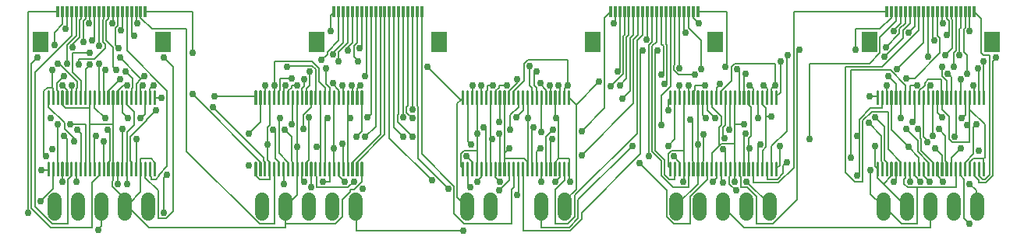
<source format=gbr>
G04 EAGLE Gerber RS-274X export*
G75*
%MOMM*%
%FSLAX34Y34*%
%LPD*%
%INTop Copper*%
%IPPOS*%
%AMOC8*
5,1,8,0,0,1.08239X$1,22.5*%
G01*
%ADD10C,1.524000*%
%ADD11C,0.198000*%
%ADD12R,0.300000X1.300000*%
%ADD13R,1.800000X2.200000*%
%ADD14C,0.152400*%
%ADD15C,0.756400*%


D10*
X150800Y127620D02*
X150800Y112380D01*
X125400Y112380D02*
X125400Y127620D01*
X100000Y127620D02*
X100000Y112380D01*
X74600Y112380D02*
X74600Y127620D01*
X49200Y127620D02*
X49200Y112380D01*
X274200Y112380D02*
X274200Y127620D01*
X299600Y127620D02*
X299600Y112380D01*
X325000Y112380D02*
X325000Y127620D01*
X350400Y127620D02*
X350400Y112380D01*
X375800Y112380D02*
X375800Y127620D01*
X724200Y127620D02*
X724200Y112380D01*
X749600Y112380D02*
X749600Y127620D01*
X775000Y127620D02*
X775000Y112380D01*
X800400Y112380D02*
X800400Y127620D01*
X825800Y127620D02*
X825800Y112380D01*
X949200Y112380D02*
X949200Y127620D01*
X974600Y127620D02*
X974600Y112380D01*
X1000000Y112380D02*
X1000000Y127620D01*
X1025400Y127620D02*
X1025400Y112380D01*
X1050800Y112380D02*
X1050800Y127620D01*
X577300Y127620D02*
X577300Y112380D01*
X602700Y112380D02*
X602700Y127620D01*
X497300Y127620D02*
X497300Y112380D01*
X522700Y112380D02*
X522700Y127620D01*
D11*
X43010Y168010D02*
X41990Y168010D01*
X43010Y168010D02*
X43010Y153990D01*
X41990Y153990D01*
X41990Y168010D01*
X41990Y155871D02*
X43010Y155871D01*
X43010Y157752D02*
X41990Y157752D01*
X41990Y159633D02*
X43010Y159633D01*
X43010Y161514D02*
X41990Y161514D01*
X41990Y163395D02*
X43010Y163395D01*
X43010Y165276D02*
X41990Y165276D01*
X41990Y167157D02*
X43010Y167157D01*
X43010Y246010D02*
X41990Y246010D01*
X43010Y246010D02*
X43010Y231990D01*
X41990Y231990D01*
X41990Y246010D01*
X41990Y233871D02*
X43010Y233871D01*
X43010Y235752D02*
X41990Y235752D01*
X41990Y237633D02*
X43010Y237633D01*
X43010Y239514D02*
X41990Y239514D01*
X41990Y241395D02*
X43010Y241395D01*
X43010Y243276D02*
X41990Y243276D01*
X41990Y245157D02*
X43010Y245157D01*
X46990Y168010D02*
X48010Y168010D01*
X48010Y153990D01*
X46990Y153990D01*
X46990Y168010D01*
X46990Y155871D02*
X48010Y155871D01*
X48010Y157752D02*
X46990Y157752D01*
X46990Y159633D02*
X48010Y159633D01*
X48010Y161514D02*
X46990Y161514D01*
X46990Y163395D02*
X48010Y163395D01*
X48010Y165276D02*
X46990Y165276D01*
X46990Y167157D02*
X48010Y167157D01*
X51990Y168010D02*
X53010Y168010D01*
X53010Y153990D01*
X51990Y153990D01*
X51990Y168010D01*
X51990Y155871D02*
X53010Y155871D01*
X53010Y157752D02*
X51990Y157752D01*
X51990Y159633D02*
X53010Y159633D01*
X53010Y161514D02*
X51990Y161514D01*
X51990Y163395D02*
X53010Y163395D01*
X53010Y165276D02*
X51990Y165276D01*
X51990Y167157D02*
X53010Y167157D01*
X56990Y168010D02*
X58010Y168010D01*
X58010Y153990D01*
X56990Y153990D01*
X56990Y168010D01*
X56990Y155871D02*
X58010Y155871D01*
X58010Y157752D02*
X56990Y157752D01*
X56990Y159633D02*
X58010Y159633D01*
X58010Y161514D02*
X56990Y161514D01*
X56990Y163395D02*
X58010Y163395D01*
X58010Y165276D02*
X56990Y165276D01*
X56990Y167157D02*
X58010Y167157D01*
X61990Y168010D02*
X63010Y168010D01*
X63010Y153990D01*
X61990Y153990D01*
X61990Y168010D01*
X61990Y155871D02*
X63010Y155871D01*
X63010Y157752D02*
X61990Y157752D01*
X61990Y159633D02*
X63010Y159633D01*
X63010Y161514D02*
X61990Y161514D01*
X61990Y163395D02*
X63010Y163395D01*
X63010Y165276D02*
X61990Y165276D01*
X61990Y167157D02*
X63010Y167157D01*
X66990Y168010D02*
X68010Y168010D01*
X68010Y153990D01*
X66990Y153990D01*
X66990Y168010D01*
X66990Y155871D02*
X68010Y155871D01*
X68010Y157752D02*
X66990Y157752D01*
X66990Y159633D02*
X68010Y159633D01*
X68010Y161514D02*
X66990Y161514D01*
X66990Y163395D02*
X68010Y163395D01*
X68010Y165276D02*
X66990Y165276D01*
X66990Y167157D02*
X68010Y167157D01*
X71990Y168010D02*
X73010Y168010D01*
X73010Y153990D01*
X71990Y153990D01*
X71990Y168010D01*
X71990Y155871D02*
X73010Y155871D01*
X73010Y157752D02*
X71990Y157752D01*
X71990Y159633D02*
X73010Y159633D01*
X73010Y161514D02*
X71990Y161514D01*
X71990Y163395D02*
X73010Y163395D01*
X73010Y165276D02*
X71990Y165276D01*
X71990Y167157D02*
X73010Y167157D01*
X76990Y168010D02*
X78010Y168010D01*
X78010Y153990D01*
X76990Y153990D01*
X76990Y168010D01*
X76990Y155871D02*
X78010Y155871D01*
X78010Y157752D02*
X76990Y157752D01*
X76990Y159633D02*
X78010Y159633D01*
X78010Y161514D02*
X76990Y161514D01*
X76990Y163395D02*
X78010Y163395D01*
X78010Y165276D02*
X76990Y165276D01*
X76990Y167157D02*
X78010Y167157D01*
X81990Y168010D02*
X83010Y168010D01*
X83010Y153990D01*
X81990Y153990D01*
X81990Y168010D01*
X81990Y155871D02*
X83010Y155871D01*
X83010Y157752D02*
X81990Y157752D01*
X81990Y159633D02*
X83010Y159633D01*
X83010Y161514D02*
X81990Y161514D01*
X81990Y163395D02*
X83010Y163395D01*
X83010Y165276D02*
X81990Y165276D01*
X81990Y167157D02*
X83010Y167157D01*
X86990Y168010D02*
X88010Y168010D01*
X88010Y153990D01*
X86990Y153990D01*
X86990Y168010D01*
X86990Y155871D02*
X88010Y155871D01*
X88010Y157752D02*
X86990Y157752D01*
X86990Y159633D02*
X88010Y159633D01*
X88010Y161514D02*
X86990Y161514D01*
X86990Y163395D02*
X88010Y163395D01*
X88010Y165276D02*
X86990Y165276D01*
X86990Y167157D02*
X88010Y167157D01*
X91990Y168010D02*
X93010Y168010D01*
X93010Y153990D01*
X91990Y153990D01*
X91990Y168010D01*
X91990Y155871D02*
X93010Y155871D01*
X93010Y157752D02*
X91990Y157752D01*
X91990Y159633D02*
X93010Y159633D01*
X93010Y161514D02*
X91990Y161514D01*
X91990Y163395D02*
X93010Y163395D01*
X93010Y165276D02*
X91990Y165276D01*
X91990Y167157D02*
X93010Y167157D01*
X96990Y168010D02*
X98010Y168010D01*
X98010Y153990D01*
X96990Y153990D01*
X96990Y168010D01*
X96990Y155871D02*
X98010Y155871D01*
X98010Y157752D02*
X96990Y157752D01*
X96990Y159633D02*
X98010Y159633D01*
X98010Y161514D02*
X96990Y161514D01*
X96990Y163395D02*
X98010Y163395D01*
X98010Y165276D02*
X96990Y165276D01*
X96990Y167157D02*
X98010Y167157D01*
X101990Y168010D02*
X103010Y168010D01*
X103010Y153990D01*
X101990Y153990D01*
X101990Y168010D01*
X101990Y155871D02*
X103010Y155871D01*
X103010Y157752D02*
X101990Y157752D01*
X101990Y159633D02*
X103010Y159633D01*
X103010Y161514D02*
X101990Y161514D01*
X101990Y163395D02*
X103010Y163395D01*
X103010Y165276D02*
X101990Y165276D01*
X101990Y167157D02*
X103010Y167157D01*
X106990Y168010D02*
X108010Y168010D01*
X108010Y153990D01*
X106990Y153990D01*
X106990Y168010D01*
X106990Y155871D02*
X108010Y155871D01*
X108010Y157752D02*
X106990Y157752D01*
X106990Y159633D02*
X108010Y159633D01*
X108010Y161514D02*
X106990Y161514D01*
X106990Y163395D02*
X108010Y163395D01*
X108010Y165276D02*
X106990Y165276D01*
X106990Y167157D02*
X108010Y167157D01*
X111990Y168010D02*
X113010Y168010D01*
X113010Y153990D01*
X111990Y153990D01*
X111990Y168010D01*
X111990Y155871D02*
X113010Y155871D01*
X113010Y157752D02*
X111990Y157752D01*
X111990Y159633D02*
X113010Y159633D01*
X113010Y161514D02*
X111990Y161514D01*
X111990Y163395D02*
X113010Y163395D01*
X113010Y165276D02*
X111990Y165276D01*
X111990Y167157D02*
X113010Y167157D01*
X116990Y168010D02*
X118010Y168010D01*
X118010Y153990D01*
X116990Y153990D01*
X116990Y168010D01*
X116990Y155871D02*
X118010Y155871D01*
X118010Y157752D02*
X116990Y157752D01*
X116990Y159633D02*
X118010Y159633D01*
X118010Y161514D02*
X116990Y161514D01*
X116990Y163395D02*
X118010Y163395D01*
X118010Y165276D02*
X116990Y165276D01*
X116990Y167157D02*
X118010Y167157D01*
X121990Y168010D02*
X123010Y168010D01*
X123010Y153990D01*
X121990Y153990D01*
X121990Y168010D01*
X121990Y155871D02*
X123010Y155871D01*
X123010Y157752D02*
X121990Y157752D01*
X121990Y159633D02*
X123010Y159633D01*
X123010Y161514D02*
X121990Y161514D01*
X121990Y163395D02*
X123010Y163395D01*
X123010Y165276D02*
X121990Y165276D01*
X121990Y167157D02*
X123010Y167157D01*
X126990Y168010D02*
X128010Y168010D01*
X128010Y153990D01*
X126990Y153990D01*
X126990Y168010D01*
X126990Y155871D02*
X128010Y155871D01*
X128010Y157752D02*
X126990Y157752D01*
X126990Y159633D02*
X128010Y159633D01*
X128010Y161514D02*
X126990Y161514D01*
X126990Y163395D02*
X128010Y163395D01*
X128010Y165276D02*
X126990Y165276D01*
X126990Y167157D02*
X128010Y167157D01*
X131990Y168010D02*
X133010Y168010D01*
X133010Y153990D01*
X131990Y153990D01*
X131990Y168010D01*
X131990Y155871D02*
X133010Y155871D01*
X133010Y157752D02*
X131990Y157752D01*
X131990Y159633D02*
X133010Y159633D01*
X133010Y161514D02*
X131990Y161514D01*
X131990Y163395D02*
X133010Y163395D01*
X133010Y165276D02*
X131990Y165276D01*
X131990Y167157D02*
X133010Y167157D01*
X136990Y168010D02*
X138010Y168010D01*
X138010Y153990D01*
X136990Y153990D01*
X136990Y168010D01*
X136990Y155871D02*
X138010Y155871D01*
X138010Y157752D02*
X136990Y157752D01*
X136990Y159633D02*
X138010Y159633D01*
X138010Y161514D02*
X136990Y161514D01*
X136990Y163395D02*
X138010Y163395D01*
X138010Y165276D02*
X136990Y165276D01*
X136990Y167157D02*
X138010Y167157D01*
X141990Y168010D02*
X143010Y168010D01*
X143010Y153990D01*
X141990Y153990D01*
X141990Y168010D01*
X141990Y155871D02*
X143010Y155871D01*
X143010Y157752D02*
X141990Y157752D01*
X141990Y159633D02*
X143010Y159633D01*
X143010Y161514D02*
X141990Y161514D01*
X141990Y163395D02*
X143010Y163395D01*
X143010Y165276D02*
X141990Y165276D01*
X141990Y167157D02*
X143010Y167157D01*
X146990Y168010D02*
X148010Y168010D01*
X148010Y153990D01*
X146990Y153990D01*
X146990Y168010D01*
X146990Y155871D02*
X148010Y155871D01*
X148010Y157752D02*
X146990Y157752D01*
X146990Y159633D02*
X148010Y159633D01*
X148010Y161514D02*
X146990Y161514D01*
X146990Y163395D02*
X148010Y163395D01*
X148010Y165276D02*
X146990Y165276D01*
X146990Y167157D02*
X148010Y167157D01*
X151990Y168010D02*
X153010Y168010D01*
X153010Y153990D01*
X151990Y153990D01*
X151990Y168010D01*
X151990Y155871D02*
X153010Y155871D01*
X153010Y157752D02*
X151990Y157752D01*
X151990Y159633D02*
X153010Y159633D01*
X153010Y161514D02*
X151990Y161514D01*
X151990Y163395D02*
X153010Y163395D01*
X153010Y165276D02*
X151990Y165276D01*
X151990Y167157D02*
X153010Y167157D01*
X156990Y168010D02*
X158010Y168010D01*
X158010Y153990D01*
X156990Y153990D01*
X156990Y168010D01*
X156990Y155871D02*
X158010Y155871D01*
X158010Y157752D02*
X156990Y157752D01*
X156990Y159633D02*
X158010Y159633D01*
X158010Y161514D02*
X156990Y161514D01*
X156990Y163395D02*
X158010Y163395D01*
X158010Y165276D02*
X156990Y165276D01*
X156990Y167157D02*
X158010Y167157D01*
X48010Y246010D02*
X46990Y246010D01*
X48010Y246010D02*
X48010Y231990D01*
X46990Y231990D01*
X46990Y246010D01*
X46990Y233871D02*
X48010Y233871D01*
X48010Y235752D02*
X46990Y235752D01*
X46990Y237633D02*
X48010Y237633D01*
X48010Y239514D02*
X46990Y239514D01*
X46990Y241395D02*
X48010Y241395D01*
X48010Y243276D02*
X46990Y243276D01*
X46990Y245157D02*
X48010Y245157D01*
X51990Y246010D02*
X53010Y246010D01*
X53010Y231990D01*
X51990Y231990D01*
X51990Y246010D01*
X51990Y233871D02*
X53010Y233871D01*
X53010Y235752D02*
X51990Y235752D01*
X51990Y237633D02*
X53010Y237633D01*
X53010Y239514D02*
X51990Y239514D01*
X51990Y241395D02*
X53010Y241395D01*
X53010Y243276D02*
X51990Y243276D01*
X51990Y245157D02*
X53010Y245157D01*
X56990Y246010D02*
X58010Y246010D01*
X58010Y231990D01*
X56990Y231990D01*
X56990Y246010D01*
X56990Y233871D02*
X58010Y233871D01*
X58010Y235752D02*
X56990Y235752D01*
X56990Y237633D02*
X58010Y237633D01*
X58010Y239514D02*
X56990Y239514D01*
X56990Y241395D02*
X58010Y241395D01*
X58010Y243276D02*
X56990Y243276D01*
X56990Y245157D02*
X58010Y245157D01*
X61990Y246010D02*
X63010Y246010D01*
X63010Y231990D01*
X61990Y231990D01*
X61990Y246010D01*
X61990Y233871D02*
X63010Y233871D01*
X63010Y235752D02*
X61990Y235752D01*
X61990Y237633D02*
X63010Y237633D01*
X63010Y239514D02*
X61990Y239514D01*
X61990Y241395D02*
X63010Y241395D01*
X63010Y243276D02*
X61990Y243276D01*
X61990Y245157D02*
X63010Y245157D01*
X66990Y246010D02*
X68010Y246010D01*
X68010Y231990D01*
X66990Y231990D01*
X66990Y246010D01*
X66990Y233871D02*
X68010Y233871D01*
X68010Y235752D02*
X66990Y235752D01*
X66990Y237633D02*
X68010Y237633D01*
X68010Y239514D02*
X66990Y239514D01*
X66990Y241395D02*
X68010Y241395D01*
X68010Y243276D02*
X66990Y243276D01*
X66990Y245157D02*
X68010Y245157D01*
X71990Y246010D02*
X73010Y246010D01*
X73010Y231990D01*
X71990Y231990D01*
X71990Y246010D01*
X71990Y233871D02*
X73010Y233871D01*
X73010Y235752D02*
X71990Y235752D01*
X71990Y237633D02*
X73010Y237633D01*
X73010Y239514D02*
X71990Y239514D01*
X71990Y241395D02*
X73010Y241395D01*
X73010Y243276D02*
X71990Y243276D01*
X71990Y245157D02*
X73010Y245157D01*
X76990Y246010D02*
X78010Y246010D01*
X78010Y231990D01*
X76990Y231990D01*
X76990Y246010D01*
X76990Y233871D02*
X78010Y233871D01*
X78010Y235752D02*
X76990Y235752D01*
X76990Y237633D02*
X78010Y237633D01*
X78010Y239514D02*
X76990Y239514D01*
X76990Y241395D02*
X78010Y241395D01*
X78010Y243276D02*
X76990Y243276D01*
X76990Y245157D02*
X78010Y245157D01*
X81990Y246010D02*
X83010Y246010D01*
X83010Y231990D01*
X81990Y231990D01*
X81990Y246010D01*
X81990Y233871D02*
X83010Y233871D01*
X83010Y235752D02*
X81990Y235752D01*
X81990Y237633D02*
X83010Y237633D01*
X83010Y239514D02*
X81990Y239514D01*
X81990Y241395D02*
X83010Y241395D01*
X83010Y243276D02*
X81990Y243276D01*
X81990Y245157D02*
X83010Y245157D01*
X86990Y246010D02*
X88010Y246010D01*
X88010Y231990D01*
X86990Y231990D01*
X86990Y246010D01*
X86990Y233871D02*
X88010Y233871D01*
X88010Y235752D02*
X86990Y235752D01*
X86990Y237633D02*
X88010Y237633D01*
X88010Y239514D02*
X86990Y239514D01*
X86990Y241395D02*
X88010Y241395D01*
X88010Y243276D02*
X86990Y243276D01*
X86990Y245157D02*
X88010Y245157D01*
X91990Y246010D02*
X93010Y246010D01*
X93010Y231990D01*
X91990Y231990D01*
X91990Y246010D01*
X91990Y233871D02*
X93010Y233871D01*
X93010Y235752D02*
X91990Y235752D01*
X91990Y237633D02*
X93010Y237633D01*
X93010Y239514D02*
X91990Y239514D01*
X91990Y241395D02*
X93010Y241395D01*
X93010Y243276D02*
X91990Y243276D01*
X91990Y245157D02*
X93010Y245157D01*
X96990Y246010D02*
X98010Y246010D01*
X98010Y231990D01*
X96990Y231990D01*
X96990Y246010D01*
X96990Y233871D02*
X98010Y233871D01*
X98010Y235752D02*
X96990Y235752D01*
X96990Y237633D02*
X98010Y237633D01*
X98010Y239514D02*
X96990Y239514D01*
X96990Y241395D02*
X98010Y241395D01*
X98010Y243276D02*
X96990Y243276D01*
X96990Y245157D02*
X98010Y245157D01*
X101990Y246010D02*
X103010Y246010D01*
X103010Y231990D01*
X101990Y231990D01*
X101990Y246010D01*
X101990Y233871D02*
X103010Y233871D01*
X103010Y235752D02*
X101990Y235752D01*
X101990Y237633D02*
X103010Y237633D01*
X103010Y239514D02*
X101990Y239514D01*
X101990Y241395D02*
X103010Y241395D01*
X103010Y243276D02*
X101990Y243276D01*
X101990Y245157D02*
X103010Y245157D01*
X106990Y246010D02*
X108010Y246010D01*
X108010Y231990D01*
X106990Y231990D01*
X106990Y246010D01*
X106990Y233871D02*
X108010Y233871D01*
X108010Y235752D02*
X106990Y235752D01*
X106990Y237633D02*
X108010Y237633D01*
X108010Y239514D02*
X106990Y239514D01*
X106990Y241395D02*
X108010Y241395D01*
X108010Y243276D02*
X106990Y243276D01*
X106990Y245157D02*
X108010Y245157D01*
X111990Y246010D02*
X113010Y246010D01*
X113010Y231990D01*
X111990Y231990D01*
X111990Y246010D01*
X111990Y233871D02*
X113010Y233871D01*
X113010Y235752D02*
X111990Y235752D01*
X111990Y237633D02*
X113010Y237633D01*
X113010Y239514D02*
X111990Y239514D01*
X111990Y241395D02*
X113010Y241395D01*
X113010Y243276D02*
X111990Y243276D01*
X111990Y245157D02*
X113010Y245157D01*
X116990Y246010D02*
X118010Y246010D01*
X118010Y231990D01*
X116990Y231990D01*
X116990Y246010D01*
X116990Y233871D02*
X118010Y233871D01*
X118010Y235752D02*
X116990Y235752D01*
X116990Y237633D02*
X118010Y237633D01*
X118010Y239514D02*
X116990Y239514D01*
X116990Y241395D02*
X118010Y241395D01*
X118010Y243276D02*
X116990Y243276D01*
X116990Y245157D02*
X118010Y245157D01*
X121990Y246010D02*
X123010Y246010D01*
X123010Y231990D01*
X121990Y231990D01*
X121990Y246010D01*
X121990Y233871D02*
X123010Y233871D01*
X123010Y235752D02*
X121990Y235752D01*
X121990Y237633D02*
X123010Y237633D01*
X123010Y239514D02*
X121990Y239514D01*
X121990Y241395D02*
X123010Y241395D01*
X123010Y243276D02*
X121990Y243276D01*
X121990Y245157D02*
X123010Y245157D01*
X126990Y246010D02*
X128010Y246010D01*
X128010Y231990D01*
X126990Y231990D01*
X126990Y246010D01*
X126990Y233871D02*
X128010Y233871D01*
X128010Y235752D02*
X126990Y235752D01*
X126990Y237633D02*
X128010Y237633D01*
X128010Y239514D02*
X126990Y239514D01*
X126990Y241395D02*
X128010Y241395D01*
X128010Y243276D02*
X126990Y243276D01*
X126990Y245157D02*
X128010Y245157D01*
X131990Y246010D02*
X133010Y246010D01*
X133010Y231990D01*
X131990Y231990D01*
X131990Y246010D01*
X131990Y233871D02*
X133010Y233871D01*
X133010Y235752D02*
X131990Y235752D01*
X131990Y237633D02*
X133010Y237633D01*
X133010Y239514D02*
X131990Y239514D01*
X131990Y241395D02*
X133010Y241395D01*
X133010Y243276D02*
X131990Y243276D01*
X131990Y245157D02*
X133010Y245157D01*
X136990Y246010D02*
X138010Y246010D01*
X138010Y231990D01*
X136990Y231990D01*
X136990Y246010D01*
X136990Y233871D02*
X138010Y233871D01*
X138010Y235752D02*
X136990Y235752D01*
X136990Y237633D02*
X138010Y237633D01*
X138010Y239514D02*
X136990Y239514D01*
X136990Y241395D02*
X138010Y241395D01*
X138010Y243276D02*
X136990Y243276D01*
X136990Y245157D02*
X138010Y245157D01*
X141990Y246010D02*
X143010Y246010D01*
X143010Y231990D01*
X141990Y231990D01*
X141990Y246010D01*
X141990Y233871D02*
X143010Y233871D01*
X143010Y235752D02*
X141990Y235752D01*
X141990Y237633D02*
X143010Y237633D01*
X143010Y239514D02*
X141990Y239514D01*
X141990Y241395D02*
X143010Y241395D01*
X143010Y243276D02*
X141990Y243276D01*
X141990Y245157D02*
X143010Y245157D01*
X146990Y246010D02*
X148010Y246010D01*
X148010Y231990D01*
X146990Y231990D01*
X146990Y246010D01*
X146990Y233871D02*
X148010Y233871D01*
X148010Y235752D02*
X146990Y235752D01*
X146990Y237633D02*
X148010Y237633D01*
X148010Y239514D02*
X146990Y239514D01*
X146990Y241395D02*
X148010Y241395D01*
X148010Y243276D02*
X146990Y243276D01*
X146990Y245157D02*
X148010Y245157D01*
X151990Y246010D02*
X153010Y246010D01*
X153010Y231990D01*
X151990Y231990D01*
X151990Y246010D01*
X151990Y233871D02*
X153010Y233871D01*
X153010Y235752D02*
X151990Y235752D01*
X151990Y237633D02*
X153010Y237633D01*
X153010Y239514D02*
X151990Y239514D01*
X151990Y241395D02*
X153010Y241395D01*
X153010Y243276D02*
X151990Y243276D01*
X151990Y245157D02*
X153010Y245157D01*
X156990Y246010D02*
X158010Y246010D01*
X158010Y231990D01*
X156990Y231990D01*
X156990Y246010D01*
X156990Y233871D02*
X158010Y233871D01*
X158010Y235752D02*
X156990Y235752D01*
X156990Y237633D02*
X158010Y237633D01*
X158010Y239514D02*
X156990Y239514D01*
X156990Y241395D02*
X158010Y241395D01*
X158010Y243276D02*
X156990Y243276D01*
X156990Y245157D02*
X158010Y245157D01*
X266990Y168010D02*
X268010Y168010D01*
X268010Y153990D01*
X266990Y153990D01*
X266990Y168010D01*
X266990Y155871D02*
X268010Y155871D01*
X268010Y157752D02*
X266990Y157752D01*
X266990Y159633D02*
X268010Y159633D01*
X268010Y161514D02*
X266990Y161514D01*
X266990Y163395D02*
X268010Y163395D01*
X268010Y165276D02*
X266990Y165276D01*
X266990Y167157D02*
X268010Y167157D01*
X268010Y246010D02*
X266990Y246010D01*
X268010Y246010D02*
X268010Y231990D01*
X266990Y231990D01*
X266990Y246010D01*
X266990Y233871D02*
X268010Y233871D01*
X268010Y235752D02*
X266990Y235752D01*
X266990Y237633D02*
X268010Y237633D01*
X268010Y239514D02*
X266990Y239514D01*
X266990Y241395D02*
X268010Y241395D01*
X268010Y243276D02*
X266990Y243276D01*
X266990Y245157D02*
X268010Y245157D01*
X271990Y168010D02*
X273010Y168010D01*
X273010Y153990D01*
X271990Y153990D01*
X271990Y168010D01*
X271990Y155871D02*
X273010Y155871D01*
X273010Y157752D02*
X271990Y157752D01*
X271990Y159633D02*
X273010Y159633D01*
X273010Y161514D02*
X271990Y161514D01*
X271990Y163395D02*
X273010Y163395D01*
X273010Y165276D02*
X271990Y165276D01*
X271990Y167157D02*
X273010Y167157D01*
X276990Y168010D02*
X278010Y168010D01*
X278010Y153990D01*
X276990Y153990D01*
X276990Y168010D01*
X276990Y155871D02*
X278010Y155871D01*
X278010Y157752D02*
X276990Y157752D01*
X276990Y159633D02*
X278010Y159633D01*
X278010Y161514D02*
X276990Y161514D01*
X276990Y163395D02*
X278010Y163395D01*
X278010Y165276D02*
X276990Y165276D01*
X276990Y167157D02*
X278010Y167157D01*
X281990Y168010D02*
X283010Y168010D01*
X283010Y153990D01*
X281990Y153990D01*
X281990Y168010D01*
X281990Y155871D02*
X283010Y155871D01*
X283010Y157752D02*
X281990Y157752D01*
X281990Y159633D02*
X283010Y159633D01*
X283010Y161514D02*
X281990Y161514D01*
X281990Y163395D02*
X283010Y163395D01*
X283010Y165276D02*
X281990Y165276D01*
X281990Y167157D02*
X283010Y167157D01*
X286990Y168010D02*
X288010Y168010D01*
X288010Y153990D01*
X286990Y153990D01*
X286990Y168010D01*
X286990Y155871D02*
X288010Y155871D01*
X288010Y157752D02*
X286990Y157752D01*
X286990Y159633D02*
X288010Y159633D01*
X288010Y161514D02*
X286990Y161514D01*
X286990Y163395D02*
X288010Y163395D01*
X288010Y165276D02*
X286990Y165276D01*
X286990Y167157D02*
X288010Y167157D01*
X291990Y168010D02*
X293010Y168010D01*
X293010Y153990D01*
X291990Y153990D01*
X291990Y168010D01*
X291990Y155871D02*
X293010Y155871D01*
X293010Y157752D02*
X291990Y157752D01*
X291990Y159633D02*
X293010Y159633D01*
X293010Y161514D02*
X291990Y161514D01*
X291990Y163395D02*
X293010Y163395D01*
X293010Y165276D02*
X291990Y165276D01*
X291990Y167157D02*
X293010Y167157D01*
X296990Y168010D02*
X298010Y168010D01*
X298010Y153990D01*
X296990Y153990D01*
X296990Y168010D01*
X296990Y155871D02*
X298010Y155871D01*
X298010Y157752D02*
X296990Y157752D01*
X296990Y159633D02*
X298010Y159633D01*
X298010Y161514D02*
X296990Y161514D01*
X296990Y163395D02*
X298010Y163395D01*
X298010Y165276D02*
X296990Y165276D01*
X296990Y167157D02*
X298010Y167157D01*
X301990Y168010D02*
X303010Y168010D01*
X303010Y153990D01*
X301990Y153990D01*
X301990Y168010D01*
X301990Y155871D02*
X303010Y155871D01*
X303010Y157752D02*
X301990Y157752D01*
X301990Y159633D02*
X303010Y159633D01*
X303010Y161514D02*
X301990Y161514D01*
X301990Y163395D02*
X303010Y163395D01*
X303010Y165276D02*
X301990Y165276D01*
X301990Y167157D02*
X303010Y167157D01*
X306990Y168010D02*
X308010Y168010D01*
X308010Y153990D01*
X306990Y153990D01*
X306990Y168010D01*
X306990Y155871D02*
X308010Y155871D01*
X308010Y157752D02*
X306990Y157752D01*
X306990Y159633D02*
X308010Y159633D01*
X308010Y161514D02*
X306990Y161514D01*
X306990Y163395D02*
X308010Y163395D01*
X308010Y165276D02*
X306990Y165276D01*
X306990Y167157D02*
X308010Y167157D01*
X311990Y168010D02*
X313010Y168010D01*
X313010Y153990D01*
X311990Y153990D01*
X311990Y168010D01*
X311990Y155871D02*
X313010Y155871D01*
X313010Y157752D02*
X311990Y157752D01*
X311990Y159633D02*
X313010Y159633D01*
X313010Y161514D02*
X311990Y161514D01*
X311990Y163395D02*
X313010Y163395D01*
X313010Y165276D02*
X311990Y165276D01*
X311990Y167157D02*
X313010Y167157D01*
X316990Y168010D02*
X318010Y168010D01*
X318010Y153990D01*
X316990Y153990D01*
X316990Y168010D01*
X316990Y155871D02*
X318010Y155871D01*
X318010Y157752D02*
X316990Y157752D01*
X316990Y159633D02*
X318010Y159633D01*
X318010Y161514D02*
X316990Y161514D01*
X316990Y163395D02*
X318010Y163395D01*
X318010Y165276D02*
X316990Y165276D01*
X316990Y167157D02*
X318010Y167157D01*
X321990Y168010D02*
X323010Y168010D01*
X323010Y153990D01*
X321990Y153990D01*
X321990Y168010D01*
X321990Y155871D02*
X323010Y155871D01*
X323010Y157752D02*
X321990Y157752D01*
X321990Y159633D02*
X323010Y159633D01*
X323010Y161514D02*
X321990Y161514D01*
X321990Y163395D02*
X323010Y163395D01*
X323010Y165276D02*
X321990Y165276D01*
X321990Y167157D02*
X323010Y167157D01*
X326990Y168010D02*
X328010Y168010D01*
X328010Y153990D01*
X326990Y153990D01*
X326990Y168010D01*
X326990Y155871D02*
X328010Y155871D01*
X328010Y157752D02*
X326990Y157752D01*
X326990Y159633D02*
X328010Y159633D01*
X328010Y161514D02*
X326990Y161514D01*
X326990Y163395D02*
X328010Y163395D01*
X328010Y165276D02*
X326990Y165276D01*
X326990Y167157D02*
X328010Y167157D01*
X331990Y168010D02*
X333010Y168010D01*
X333010Y153990D01*
X331990Y153990D01*
X331990Y168010D01*
X331990Y155871D02*
X333010Y155871D01*
X333010Y157752D02*
X331990Y157752D01*
X331990Y159633D02*
X333010Y159633D01*
X333010Y161514D02*
X331990Y161514D01*
X331990Y163395D02*
X333010Y163395D01*
X333010Y165276D02*
X331990Y165276D01*
X331990Y167157D02*
X333010Y167157D01*
X336990Y168010D02*
X338010Y168010D01*
X338010Y153990D01*
X336990Y153990D01*
X336990Y168010D01*
X336990Y155871D02*
X338010Y155871D01*
X338010Y157752D02*
X336990Y157752D01*
X336990Y159633D02*
X338010Y159633D01*
X338010Y161514D02*
X336990Y161514D01*
X336990Y163395D02*
X338010Y163395D01*
X338010Y165276D02*
X336990Y165276D01*
X336990Y167157D02*
X338010Y167157D01*
X341990Y168010D02*
X343010Y168010D01*
X343010Y153990D01*
X341990Y153990D01*
X341990Y168010D01*
X341990Y155871D02*
X343010Y155871D01*
X343010Y157752D02*
X341990Y157752D01*
X341990Y159633D02*
X343010Y159633D01*
X343010Y161514D02*
X341990Y161514D01*
X341990Y163395D02*
X343010Y163395D01*
X343010Y165276D02*
X341990Y165276D01*
X341990Y167157D02*
X343010Y167157D01*
X346990Y168010D02*
X348010Y168010D01*
X348010Y153990D01*
X346990Y153990D01*
X346990Y168010D01*
X346990Y155871D02*
X348010Y155871D01*
X348010Y157752D02*
X346990Y157752D01*
X346990Y159633D02*
X348010Y159633D01*
X348010Y161514D02*
X346990Y161514D01*
X346990Y163395D02*
X348010Y163395D01*
X348010Y165276D02*
X346990Y165276D01*
X346990Y167157D02*
X348010Y167157D01*
X351990Y168010D02*
X353010Y168010D01*
X353010Y153990D01*
X351990Y153990D01*
X351990Y168010D01*
X351990Y155871D02*
X353010Y155871D01*
X353010Y157752D02*
X351990Y157752D01*
X351990Y159633D02*
X353010Y159633D01*
X353010Y161514D02*
X351990Y161514D01*
X351990Y163395D02*
X353010Y163395D01*
X353010Y165276D02*
X351990Y165276D01*
X351990Y167157D02*
X353010Y167157D01*
X356990Y168010D02*
X358010Y168010D01*
X358010Y153990D01*
X356990Y153990D01*
X356990Y168010D01*
X356990Y155871D02*
X358010Y155871D01*
X358010Y157752D02*
X356990Y157752D01*
X356990Y159633D02*
X358010Y159633D01*
X358010Y161514D02*
X356990Y161514D01*
X356990Y163395D02*
X358010Y163395D01*
X358010Y165276D02*
X356990Y165276D01*
X356990Y167157D02*
X358010Y167157D01*
X361990Y168010D02*
X363010Y168010D01*
X363010Y153990D01*
X361990Y153990D01*
X361990Y168010D01*
X361990Y155871D02*
X363010Y155871D01*
X363010Y157752D02*
X361990Y157752D01*
X361990Y159633D02*
X363010Y159633D01*
X363010Y161514D02*
X361990Y161514D01*
X361990Y163395D02*
X363010Y163395D01*
X363010Y165276D02*
X361990Y165276D01*
X361990Y167157D02*
X363010Y167157D01*
X366990Y168010D02*
X368010Y168010D01*
X368010Y153990D01*
X366990Y153990D01*
X366990Y168010D01*
X366990Y155871D02*
X368010Y155871D01*
X368010Y157752D02*
X366990Y157752D01*
X366990Y159633D02*
X368010Y159633D01*
X368010Y161514D02*
X366990Y161514D01*
X366990Y163395D02*
X368010Y163395D01*
X368010Y165276D02*
X366990Y165276D01*
X366990Y167157D02*
X368010Y167157D01*
X371990Y168010D02*
X373010Y168010D01*
X373010Y153990D01*
X371990Y153990D01*
X371990Y168010D01*
X371990Y155871D02*
X373010Y155871D01*
X373010Y157752D02*
X371990Y157752D01*
X371990Y159633D02*
X373010Y159633D01*
X373010Y161514D02*
X371990Y161514D01*
X371990Y163395D02*
X373010Y163395D01*
X373010Y165276D02*
X371990Y165276D01*
X371990Y167157D02*
X373010Y167157D01*
X376990Y168010D02*
X378010Y168010D01*
X378010Y153990D01*
X376990Y153990D01*
X376990Y168010D01*
X376990Y155871D02*
X378010Y155871D01*
X378010Y157752D02*
X376990Y157752D01*
X376990Y159633D02*
X378010Y159633D01*
X378010Y161514D02*
X376990Y161514D01*
X376990Y163395D02*
X378010Y163395D01*
X378010Y165276D02*
X376990Y165276D01*
X376990Y167157D02*
X378010Y167157D01*
X381990Y168010D02*
X383010Y168010D01*
X383010Y153990D01*
X381990Y153990D01*
X381990Y168010D01*
X381990Y155871D02*
X383010Y155871D01*
X383010Y157752D02*
X381990Y157752D01*
X381990Y159633D02*
X383010Y159633D01*
X383010Y161514D02*
X381990Y161514D01*
X381990Y163395D02*
X383010Y163395D01*
X383010Y165276D02*
X381990Y165276D01*
X381990Y167157D02*
X383010Y167157D01*
X273010Y246010D02*
X271990Y246010D01*
X273010Y246010D02*
X273010Y231990D01*
X271990Y231990D01*
X271990Y246010D01*
X271990Y233871D02*
X273010Y233871D01*
X273010Y235752D02*
X271990Y235752D01*
X271990Y237633D02*
X273010Y237633D01*
X273010Y239514D02*
X271990Y239514D01*
X271990Y241395D02*
X273010Y241395D01*
X273010Y243276D02*
X271990Y243276D01*
X271990Y245157D02*
X273010Y245157D01*
X276990Y246010D02*
X278010Y246010D01*
X278010Y231990D01*
X276990Y231990D01*
X276990Y246010D01*
X276990Y233871D02*
X278010Y233871D01*
X278010Y235752D02*
X276990Y235752D01*
X276990Y237633D02*
X278010Y237633D01*
X278010Y239514D02*
X276990Y239514D01*
X276990Y241395D02*
X278010Y241395D01*
X278010Y243276D02*
X276990Y243276D01*
X276990Y245157D02*
X278010Y245157D01*
X281990Y246010D02*
X283010Y246010D01*
X283010Y231990D01*
X281990Y231990D01*
X281990Y246010D01*
X281990Y233871D02*
X283010Y233871D01*
X283010Y235752D02*
X281990Y235752D01*
X281990Y237633D02*
X283010Y237633D01*
X283010Y239514D02*
X281990Y239514D01*
X281990Y241395D02*
X283010Y241395D01*
X283010Y243276D02*
X281990Y243276D01*
X281990Y245157D02*
X283010Y245157D01*
X286990Y246010D02*
X288010Y246010D01*
X288010Y231990D01*
X286990Y231990D01*
X286990Y246010D01*
X286990Y233871D02*
X288010Y233871D01*
X288010Y235752D02*
X286990Y235752D01*
X286990Y237633D02*
X288010Y237633D01*
X288010Y239514D02*
X286990Y239514D01*
X286990Y241395D02*
X288010Y241395D01*
X288010Y243276D02*
X286990Y243276D01*
X286990Y245157D02*
X288010Y245157D01*
X291990Y246010D02*
X293010Y246010D01*
X293010Y231990D01*
X291990Y231990D01*
X291990Y246010D01*
X291990Y233871D02*
X293010Y233871D01*
X293010Y235752D02*
X291990Y235752D01*
X291990Y237633D02*
X293010Y237633D01*
X293010Y239514D02*
X291990Y239514D01*
X291990Y241395D02*
X293010Y241395D01*
X293010Y243276D02*
X291990Y243276D01*
X291990Y245157D02*
X293010Y245157D01*
X296990Y246010D02*
X298010Y246010D01*
X298010Y231990D01*
X296990Y231990D01*
X296990Y246010D01*
X296990Y233871D02*
X298010Y233871D01*
X298010Y235752D02*
X296990Y235752D01*
X296990Y237633D02*
X298010Y237633D01*
X298010Y239514D02*
X296990Y239514D01*
X296990Y241395D02*
X298010Y241395D01*
X298010Y243276D02*
X296990Y243276D01*
X296990Y245157D02*
X298010Y245157D01*
X301990Y246010D02*
X303010Y246010D01*
X303010Y231990D01*
X301990Y231990D01*
X301990Y246010D01*
X301990Y233871D02*
X303010Y233871D01*
X303010Y235752D02*
X301990Y235752D01*
X301990Y237633D02*
X303010Y237633D01*
X303010Y239514D02*
X301990Y239514D01*
X301990Y241395D02*
X303010Y241395D01*
X303010Y243276D02*
X301990Y243276D01*
X301990Y245157D02*
X303010Y245157D01*
X306990Y246010D02*
X308010Y246010D01*
X308010Y231990D01*
X306990Y231990D01*
X306990Y246010D01*
X306990Y233871D02*
X308010Y233871D01*
X308010Y235752D02*
X306990Y235752D01*
X306990Y237633D02*
X308010Y237633D01*
X308010Y239514D02*
X306990Y239514D01*
X306990Y241395D02*
X308010Y241395D01*
X308010Y243276D02*
X306990Y243276D01*
X306990Y245157D02*
X308010Y245157D01*
X311990Y246010D02*
X313010Y246010D01*
X313010Y231990D01*
X311990Y231990D01*
X311990Y246010D01*
X311990Y233871D02*
X313010Y233871D01*
X313010Y235752D02*
X311990Y235752D01*
X311990Y237633D02*
X313010Y237633D01*
X313010Y239514D02*
X311990Y239514D01*
X311990Y241395D02*
X313010Y241395D01*
X313010Y243276D02*
X311990Y243276D01*
X311990Y245157D02*
X313010Y245157D01*
X316990Y246010D02*
X318010Y246010D01*
X318010Y231990D01*
X316990Y231990D01*
X316990Y246010D01*
X316990Y233871D02*
X318010Y233871D01*
X318010Y235752D02*
X316990Y235752D01*
X316990Y237633D02*
X318010Y237633D01*
X318010Y239514D02*
X316990Y239514D01*
X316990Y241395D02*
X318010Y241395D01*
X318010Y243276D02*
X316990Y243276D01*
X316990Y245157D02*
X318010Y245157D01*
X321990Y246010D02*
X323010Y246010D01*
X323010Y231990D01*
X321990Y231990D01*
X321990Y246010D01*
X321990Y233871D02*
X323010Y233871D01*
X323010Y235752D02*
X321990Y235752D01*
X321990Y237633D02*
X323010Y237633D01*
X323010Y239514D02*
X321990Y239514D01*
X321990Y241395D02*
X323010Y241395D01*
X323010Y243276D02*
X321990Y243276D01*
X321990Y245157D02*
X323010Y245157D01*
X326990Y246010D02*
X328010Y246010D01*
X328010Y231990D01*
X326990Y231990D01*
X326990Y246010D01*
X326990Y233871D02*
X328010Y233871D01*
X328010Y235752D02*
X326990Y235752D01*
X326990Y237633D02*
X328010Y237633D01*
X328010Y239514D02*
X326990Y239514D01*
X326990Y241395D02*
X328010Y241395D01*
X328010Y243276D02*
X326990Y243276D01*
X326990Y245157D02*
X328010Y245157D01*
X331990Y246010D02*
X333010Y246010D01*
X333010Y231990D01*
X331990Y231990D01*
X331990Y246010D01*
X331990Y233871D02*
X333010Y233871D01*
X333010Y235752D02*
X331990Y235752D01*
X331990Y237633D02*
X333010Y237633D01*
X333010Y239514D02*
X331990Y239514D01*
X331990Y241395D02*
X333010Y241395D01*
X333010Y243276D02*
X331990Y243276D01*
X331990Y245157D02*
X333010Y245157D01*
X336990Y246010D02*
X338010Y246010D01*
X338010Y231990D01*
X336990Y231990D01*
X336990Y246010D01*
X336990Y233871D02*
X338010Y233871D01*
X338010Y235752D02*
X336990Y235752D01*
X336990Y237633D02*
X338010Y237633D01*
X338010Y239514D02*
X336990Y239514D01*
X336990Y241395D02*
X338010Y241395D01*
X338010Y243276D02*
X336990Y243276D01*
X336990Y245157D02*
X338010Y245157D01*
X341990Y246010D02*
X343010Y246010D01*
X343010Y231990D01*
X341990Y231990D01*
X341990Y246010D01*
X341990Y233871D02*
X343010Y233871D01*
X343010Y235752D02*
X341990Y235752D01*
X341990Y237633D02*
X343010Y237633D01*
X343010Y239514D02*
X341990Y239514D01*
X341990Y241395D02*
X343010Y241395D01*
X343010Y243276D02*
X341990Y243276D01*
X341990Y245157D02*
X343010Y245157D01*
X346990Y246010D02*
X348010Y246010D01*
X348010Y231990D01*
X346990Y231990D01*
X346990Y246010D01*
X346990Y233871D02*
X348010Y233871D01*
X348010Y235752D02*
X346990Y235752D01*
X346990Y237633D02*
X348010Y237633D01*
X348010Y239514D02*
X346990Y239514D01*
X346990Y241395D02*
X348010Y241395D01*
X348010Y243276D02*
X346990Y243276D01*
X346990Y245157D02*
X348010Y245157D01*
X351990Y246010D02*
X353010Y246010D01*
X353010Y231990D01*
X351990Y231990D01*
X351990Y246010D01*
X351990Y233871D02*
X353010Y233871D01*
X353010Y235752D02*
X351990Y235752D01*
X351990Y237633D02*
X353010Y237633D01*
X353010Y239514D02*
X351990Y239514D01*
X351990Y241395D02*
X353010Y241395D01*
X353010Y243276D02*
X351990Y243276D01*
X351990Y245157D02*
X353010Y245157D01*
X356990Y246010D02*
X358010Y246010D01*
X358010Y231990D01*
X356990Y231990D01*
X356990Y246010D01*
X356990Y233871D02*
X358010Y233871D01*
X358010Y235752D02*
X356990Y235752D01*
X356990Y237633D02*
X358010Y237633D01*
X358010Y239514D02*
X356990Y239514D01*
X356990Y241395D02*
X358010Y241395D01*
X358010Y243276D02*
X356990Y243276D01*
X356990Y245157D02*
X358010Y245157D01*
X361990Y246010D02*
X363010Y246010D01*
X363010Y231990D01*
X361990Y231990D01*
X361990Y246010D01*
X361990Y233871D02*
X363010Y233871D01*
X363010Y235752D02*
X361990Y235752D01*
X361990Y237633D02*
X363010Y237633D01*
X363010Y239514D02*
X361990Y239514D01*
X361990Y241395D02*
X363010Y241395D01*
X363010Y243276D02*
X361990Y243276D01*
X361990Y245157D02*
X363010Y245157D01*
X366990Y246010D02*
X368010Y246010D01*
X368010Y231990D01*
X366990Y231990D01*
X366990Y246010D01*
X366990Y233871D02*
X368010Y233871D01*
X368010Y235752D02*
X366990Y235752D01*
X366990Y237633D02*
X368010Y237633D01*
X368010Y239514D02*
X366990Y239514D01*
X366990Y241395D02*
X368010Y241395D01*
X368010Y243276D02*
X366990Y243276D01*
X366990Y245157D02*
X368010Y245157D01*
X371990Y246010D02*
X373010Y246010D01*
X373010Y231990D01*
X371990Y231990D01*
X371990Y246010D01*
X371990Y233871D02*
X373010Y233871D01*
X373010Y235752D02*
X371990Y235752D01*
X371990Y237633D02*
X373010Y237633D01*
X373010Y239514D02*
X371990Y239514D01*
X371990Y241395D02*
X373010Y241395D01*
X373010Y243276D02*
X371990Y243276D01*
X371990Y245157D02*
X373010Y245157D01*
X376990Y246010D02*
X378010Y246010D01*
X378010Y231990D01*
X376990Y231990D01*
X376990Y246010D01*
X376990Y233871D02*
X378010Y233871D01*
X378010Y235752D02*
X376990Y235752D01*
X376990Y237633D02*
X378010Y237633D01*
X378010Y239514D02*
X376990Y239514D01*
X376990Y241395D02*
X378010Y241395D01*
X378010Y243276D02*
X376990Y243276D01*
X376990Y245157D02*
X378010Y245157D01*
X381990Y246010D02*
X383010Y246010D01*
X383010Y231990D01*
X381990Y231990D01*
X381990Y246010D01*
X381990Y233871D02*
X383010Y233871D01*
X383010Y235752D02*
X381990Y235752D01*
X381990Y237633D02*
X383010Y237633D01*
X383010Y239514D02*
X381990Y239514D01*
X381990Y241395D02*
X383010Y241395D01*
X383010Y243276D02*
X381990Y243276D01*
X381990Y245157D02*
X383010Y245157D01*
X491990Y168010D02*
X493010Y168010D01*
X493010Y153990D01*
X491990Y153990D01*
X491990Y168010D01*
X491990Y155871D02*
X493010Y155871D01*
X493010Y157752D02*
X491990Y157752D01*
X491990Y159633D02*
X493010Y159633D01*
X493010Y161514D02*
X491990Y161514D01*
X491990Y163395D02*
X493010Y163395D01*
X493010Y165276D02*
X491990Y165276D01*
X491990Y167157D02*
X493010Y167157D01*
X493010Y246010D02*
X491990Y246010D01*
X493010Y246010D02*
X493010Y231990D01*
X491990Y231990D01*
X491990Y246010D01*
X491990Y233871D02*
X493010Y233871D01*
X493010Y235752D02*
X491990Y235752D01*
X491990Y237633D02*
X493010Y237633D01*
X493010Y239514D02*
X491990Y239514D01*
X491990Y241395D02*
X493010Y241395D01*
X493010Y243276D02*
X491990Y243276D01*
X491990Y245157D02*
X493010Y245157D01*
X496990Y168010D02*
X498010Y168010D01*
X498010Y153990D01*
X496990Y153990D01*
X496990Y168010D01*
X496990Y155871D02*
X498010Y155871D01*
X498010Y157752D02*
X496990Y157752D01*
X496990Y159633D02*
X498010Y159633D01*
X498010Y161514D02*
X496990Y161514D01*
X496990Y163395D02*
X498010Y163395D01*
X498010Y165276D02*
X496990Y165276D01*
X496990Y167157D02*
X498010Y167157D01*
X501990Y168010D02*
X503010Y168010D01*
X503010Y153990D01*
X501990Y153990D01*
X501990Y168010D01*
X501990Y155871D02*
X503010Y155871D01*
X503010Y157752D02*
X501990Y157752D01*
X501990Y159633D02*
X503010Y159633D01*
X503010Y161514D02*
X501990Y161514D01*
X501990Y163395D02*
X503010Y163395D01*
X503010Y165276D02*
X501990Y165276D01*
X501990Y167157D02*
X503010Y167157D01*
X506990Y168010D02*
X508010Y168010D01*
X508010Y153990D01*
X506990Y153990D01*
X506990Y168010D01*
X506990Y155871D02*
X508010Y155871D01*
X508010Y157752D02*
X506990Y157752D01*
X506990Y159633D02*
X508010Y159633D01*
X508010Y161514D02*
X506990Y161514D01*
X506990Y163395D02*
X508010Y163395D01*
X508010Y165276D02*
X506990Y165276D01*
X506990Y167157D02*
X508010Y167157D01*
X511990Y168010D02*
X513010Y168010D01*
X513010Y153990D01*
X511990Y153990D01*
X511990Y168010D01*
X511990Y155871D02*
X513010Y155871D01*
X513010Y157752D02*
X511990Y157752D01*
X511990Y159633D02*
X513010Y159633D01*
X513010Y161514D02*
X511990Y161514D01*
X511990Y163395D02*
X513010Y163395D01*
X513010Y165276D02*
X511990Y165276D01*
X511990Y167157D02*
X513010Y167157D01*
X516990Y168010D02*
X518010Y168010D01*
X518010Y153990D01*
X516990Y153990D01*
X516990Y168010D01*
X516990Y155871D02*
X518010Y155871D01*
X518010Y157752D02*
X516990Y157752D01*
X516990Y159633D02*
X518010Y159633D01*
X518010Y161514D02*
X516990Y161514D01*
X516990Y163395D02*
X518010Y163395D01*
X518010Y165276D02*
X516990Y165276D01*
X516990Y167157D02*
X518010Y167157D01*
X521990Y168010D02*
X523010Y168010D01*
X523010Y153990D01*
X521990Y153990D01*
X521990Y168010D01*
X521990Y155871D02*
X523010Y155871D01*
X523010Y157752D02*
X521990Y157752D01*
X521990Y159633D02*
X523010Y159633D01*
X523010Y161514D02*
X521990Y161514D01*
X521990Y163395D02*
X523010Y163395D01*
X523010Y165276D02*
X521990Y165276D01*
X521990Y167157D02*
X523010Y167157D01*
X526990Y168010D02*
X528010Y168010D01*
X528010Y153990D01*
X526990Y153990D01*
X526990Y168010D01*
X526990Y155871D02*
X528010Y155871D01*
X528010Y157752D02*
X526990Y157752D01*
X526990Y159633D02*
X528010Y159633D01*
X528010Y161514D02*
X526990Y161514D01*
X526990Y163395D02*
X528010Y163395D01*
X528010Y165276D02*
X526990Y165276D01*
X526990Y167157D02*
X528010Y167157D01*
X531990Y168010D02*
X533010Y168010D01*
X533010Y153990D01*
X531990Y153990D01*
X531990Y168010D01*
X531990Y155871D02*
X533010Y155871D01*
X533010Y157752D02*
X531990Y157752D01*
X531990Y159633D02*
X533010Y159633D01*
X533010Y161514D02*
X531990Y161514D01*
X531990Y163395D02*
X533010Y163395D01*
X533010Y165276D02*
X531990Y165276D01*
X531990Y167157D02*
X533010Y167157D01*
X536990Y168010D02*
X538010Y168010D01*
X538010Y153990D01*
X536990Y153990D01*
X536990Y168010D01*
X536990Y155871D02*
X538010Y155871D01*
X538010Y157752D02*
X536990Y157752D01*
X536990Y159633D02*
X538010Y159633D01*
X538010Y161514D02*
X536990Y161514D01*
X536990Y163395D02*
X538010Y163395D01*
X538010Y165276D02*
X536990Y165276D01*
X536990Y167157D02*
X538010Y167157D01*
X541990Y168010D02*
X543010Y168010D01*
X543010Y153990D01*
X541990Y153990D01*
X541990Y168010D01*
X541990Y155871D02*
X543010Y155871D01*
X543010Y157752D02*
X541990Y157752D01*
X541990Y159633D02*
X543010Y159633D01*
X543010Y161514D02*
X541990Y161514D01*
X541990Y163395D02*
X543010Y163395D01*
X543010Y165276D02*
X541990Y165276D01*
X541990Y167157D02*
X543010Y167157D01*
X546990Y168010D02*
X548010Y168010D01*
X548010Y153990D01*
X546990Y153990D01*
X546990Y168010D01*
X546990Y155871D02*
X548010Y155871D01*
X548010Y157752D02*
X546990Y157752D01*
X546990Y159633D02*
X548010Y159633D01*
X548010Y161514D02*
X546990Y161514D01*
X546990Y163395D02*
X548010Y163395D01*
X548010Y165276D02*
X546990Y165276D01*
X546990Y167157D02*
X548010Y167157D01*
X551990Y168010D02*
X553010Y168010D01*
X553010Y153990D01*
X551990Y153990D01*
X551990Y168010D01*
X551990Y155871D02*
X553010Y155871D01*
X553010Y157752D02*
X551990Y157752D01*
X551990Y159633D02*
X553010Y159633D01*
X553010Y161514D02*
X551990Y161514D01*
X551990Y163395D02*
X553010Y163395D01*
X553010Y165276D02*
X551990Y165276D01*
X551990Y167157D02*
X553010Y167157D01*
X556990Y168010D02*
X558010Y168010D01*
X558010Y153990D01*
X556990Y153990D01*
X556990Y168010D01*
X556990Y155871D02*
X558010Y155871D01*
X558010Y157752D02*
X556990Y157752D01*
X556990Y159633D02*
X558010Y159633D01*
X558010Y161514D02*
X556990Y161514D01*
X556990Y163395D02*
X558010Y163395D01*
X558010Y165276D02*
X556990Y165276D01*
X556990Y167157D02*
X558010Y167157D01*
X561990Y168010D02*
X563010Y168010D01*
X563010Y153990D01*
X561990Y153990D01*
X561990Y168010D01*
X561990Y155871D02*
X563010Y155871D01*
X563010Y157752D02*
X561990Y157752D01*
X561990Y159633D02*
X563010Y159633D01*
X563010Y161514D02*
X561990Y161514D01*
X561990Y163395D02*
X563010Y163395D01*
X563010Y165276D02*
X561990Y165276D01*
X561990Y167157D02*
X563010Y167157D01*
X566990Y168010D02*
X568010Y168010D01*
X568010Y153990D01*
X566990Y153990D01*
X566990Y168010D01*
X566990Y155871D02*
X568010Y155871D01*
X568010Y157752D02*
X566990Y157752D01*
X566990Y159633D02*
X568010Y159633D01*
X568010Y161514D02*
X566990Y161514D01*
X566990Y163395D02*
X568010Y163395D01*
X568010Y165276D02*
X566990Y165276D01*
X566990Y167157D02*
X568010Y167157D01*
X571990Y168010D02*
X573010Y168010D01*
X573010Y153990D01*
X571990Y153990D01*
X571990Y168010D01*
X571990Y155871D02*
X573010Y155871D01*
X573010Y157752D02*
X571990Y157752D01*
X571990Y159633D02*
X573010Y159633D01*
X573010Y161514D02*
X571990Y161514D01*
X571990Y163395D02*
X573010Y163395D01*
X573010Y165276D02*
X571990Y165276D01*
X571990Y167157D02*
X573010Y167157D01*
X576990Y168010D02*
X578010Y168010D01*
X578010Y153990D01*
X576990Y153990D01*
X576990Y168010D01*
X576990Y155871D02*
X578010Y155871D01*
X578010Y157752D02*
X576990Y157752D01*
X576990Y159633D02*
X578010Y159633D01*
X578010Y161514D02*
X576990Y161514D01*
X576990Y163395D02*
X578010Y163395D01*
X578010Y165276D02*
X576990Y165276D01*
X576990Y167157D02*
X578010Y167157D01*
X581990Y168010D02*
X583010Y168010D01*
X583010Y153990D01*
X581990Y153990D01*
X581990Y168010D01*
X581990Y155871D02*
X583010Y155871D01*
X583010Y157752D02*
X581990Y157752D01*
X581990Y159633D02*
X583010Y159633D01*
X583010Y161514D02*
X581990Y161514D01*
X581990Y163395D02*
X583010Y163395D01*
X583010Y165276D02*
X581990Y165276D01*
X581990Y167157D02*
X583010Y167157D01*
X586990Y168010D02*
X588010Y168010D01*
X588010Y153990D01*
X586990Y153990D01*
X586990Y168010D01*
X586990Y155871D02*
X588010Y155871D01*
X588010Y157752D02*
X586990Y157752D01*
X586990Y159633D02*
X588010Y159633D01*
X588010Y161514D02*
X586990Y161514D01*
X586990Y163395D02*
X588010Y163395D01*
X588010Y165276D02*
X586990Y165276D01*
X586990Y167157D02*
X588010Y167157D01*
X591990Y168010D02*
X593010Y168010D01*
X593010Y153990D01*
X591990Y153990D01*
X591990Y168010D01*
X591990Y155871D02*
X593010Y155871D01*
X593010Y157752D02*
X591990Y157752D01*
X591990Y159633D02*
X593010Y159633D01*
X593010Y161514D02*
X591990Y161514D01*
X591990Y163395D02*
X593010Y163395D01*
X593010Y165276D02*
X591990Y165276D01*
X591990Y167157D02*
X593010Y167157D01*
X596990Y168010D02*
X598010Y168010D01*
X598010Y153990D01*
X596990Y153990D01*
X596990Y168010D01*
X596990Y155871D02*
X598010Y155871D01*
X598010Y157752D02*
X596990Y157752D01*
X596990Y159633D02*
X598010Y159633D01*
X598010Y161514D02*
X596990Y161514D01*
X596990Y163395D02*
X598010Y163395D01*
X598010Y165276D02*
X596990Y165276D01*
X596990Y167157D02*
X598010Y167157D01*
X601990Y168010D02*
X603010Y168010D01*
X603010Y153990D01*
X601990Y153990D01*
X601990Y168010D01*
X601990Y155871D02*
X603010Y155871D01*
X603010Y157752D02*
X601990Y157752D01*
X601990Y159633D02*
X603010Y159633D01*
X603010Y161514D02*
X601990Y161514D01*
X601990Y163395D02*
X603010Y163395D01*
X603010Y165276D02*
X601990Y165276D01*
X601990Y167157D02*
X603010Y167157D01*
X606990Y168010D02*
X608010Y168010D01*
X608010Y153990D01*
X606990Y153990D01*
X606990Y168010D01*
X606990Y155871D02*
X608010Y155871D01*
X608010Y157752D02*
X606990Y157752D01*
X606990Y159633D02*
X608010Y159633D01*
X608010Y161514D02*
X606990Y161514D01*
X606990Y163395D02*
X608010Y163395D01*
X608010Y165276D02*
X606990Y165276D01*
X606990Y167157D02*
X608010Y167157D01*
X498010Y246010D02*
X496990Y246010D01*
X498010Y246010D02*
X498010Y231990D01*
X496990Y231990D01*
X496990Y246010D01*
X496990Y233871D02*
X498010Y233871D01*
X498010Y235752D02*
X496990Y235752D01*
X496990Y237633D02*
X498010Y237633D01*
X498010Y239514D02*
X496990Y239514D01*
X496990Y241395D02*
X498010Y241395D01*
X498010Y243276D02*
X496990Y243276D01*
X496990Y245157D02*
X498010Y245157D01*
X501990Y246010D02*
X503010Y246010D01*
X503010Y231990D01*
X501990Y231990D01*
X501990Y246010D01*
X501990Y233871D02*
X503010Y233871D01*
X503010Y235752D02*
X501990Y235752D01*
X501990Y237633D02*
X503010Y237633D01*
X503010Y239514D02*
X501990Y239514D01*
X501990Y241395D02*
X503010Y241395D01*
X503010Y243276D02*
X501990Y243276D01*
X501990Y245157D02*
X503010Y245157D01*
X506990Y246010D02*
X508010Y246010D01*
X508010Y231990D01*
X506990Y231990D01*
X506990Y246010D01*
X506990Y233871D02*
X508010Y233871D01*
X508010Y235752D02*
X506990Y235752D01*
X506990Y237633D02*
X508010Y237633D01*
X508010Y239514D02*
X506990Y239514D01*
X506990Y241395D02*
X508010Y241395D01*
X508010Y243276D02*
X506990Y243276D01*
X506990Y245157D02*
X508010Y245157D01*
X511990Y246010D02*
X513010Y246010D01*
X513010Y231990D01*
X511990Y231990D01*
X511990Y246010D01*
X511990Y233871D02*
X513010Y233871D01*
X513010Y235752D02*
X511990Y235752D01*
X511990Y237633D02*
X513010Y237633D01*
X513010Y239514D02*
X511990Y239514D01*
X511990Y241395D02*
X513010Y241395D01*
X513010Y243276D02*
X511990Y243276D01*
X511990Y245157D02*
X513010Y245157D01*
X516990Y246010D02*
X518010Y246010D01*
X518010Y231990D01*
X516990Y231990D01*
X516990Y246010D01*
X516990Y233871D02*
X518010Y233871D01*
X518010Y235752D02*
X516990Y235752D01*
X516990Y237633D02*
X518010Y237633D01*
X518010Y239514D02*
X516990Y239514D01*
X516990Y241395D02*
X518010Y241395D01*
X518010Y243276D02*
X516990Y243276D01*
X516990Y245157D02*
X518010Y245157D01*
X521990Y246010D02*
X523010Y246010D01*
X523010Y231990D01*
X521990Y231990D01*
X521990Y246010D01*
X521990Y233871D02*
X523010Y233871D01*
X523010Y235752D02*
X521990Y235752D01*
X521990Y237633D02*
X523010Y237633D01*
X523010Y239514D02*
X521990Y239514D01*
X521990Y241395D02*
X523010Y241395D01*
X523010Y243276D02*
X521990Y243276D01*
X521990Y245157D02*
X523010Y245157D01*
X526990Y246010D02*
X528010Y246010D01*
X528010Y231990D01*
X526990Y231990D01*
X526990Y246010D01*
X526990Y233871D02*
X528010Y233871D01*
X528010Y235752D02*
X526990Y235752D01*
X526990Y237633D02*
X528010Y237633D01*
X528010Y239514D02*
X526990Y239514D01*
X526990Y241395D02*
X528010Y241395D01*
X528010Y243276D02*
X526990Y243276D01*
X526990Y245157D02*
X528010Y245157D01*
X531990Y246010D02*
X533010Y246010D01*
X533010Y231990D01*
X531990Y231990D01*
X531990Y246010D01*
X531990Y233871D02*
X533010Y233871D01*
X533010Y235752D02*
X531990Y235752D01*
X531990Y237633D02*
X533010Y237633D01*
X533010Y239514D02*
X531990Y239514D01*
X531990Y241395D02*
X533010Y241395D01*
X533010Y243276D02*
X531990Y243276D01*
X531990Y245157D02*
X533010Y245157D01*
X536990Y246010D02*
X538010Y246010D01*
X538010Y231990D01*
X536990Y231990D01*
X536990Y246010D01*
X536990Y233871D02*
X538010Y233871D01*
X538010Y235752D02*
X536990Y235752D01*
X536990Y237633D02*
X538010Y237633D01*
X538010Y239514D02*
X536990Y239514D01*
X536990Y241395D02*
X538010Y241395D01*
X538010Y243276D02*
X536990Y243276D01*
X536990Y245157D02*
X538010Y245157D01*
X541990Y246010D02*
X543010Y246010D01*
X543010Y231990D01*
X541990Y231990D01*
X541990Y246010D01*
X541990Y233871D02*
X543010Y233871D01*
X543010Y235752D02*
X541990Y235752D01*
X541990Y237633D02*
X543010Y237633D01*
X543010Y239514D02*
X541990Y239514D01*
X541990Y241395D02*
X543010Y241395D01*
X543010Y243276D02*
X541990Y243276D01*
X541990Y245157D02*
X543010Y245157D01*
X546990Y246010D02*
X548010Y246010D01*
X548010Y231990D01*
X546990Y231990D01*
X546990Y246010D01*
X546990Y233871D02*
X548010Y233871D01*
X548010Y235752D02*
X546990Y235752D01*
X546990Y237633D02*
X548010Y237633D01*
X548010Y239514D02*
X546990Y239514D01*
X546990Y241395D02*
X548010Y241395D01*
X548010Y243276D02*
X546990Y243276D01*
X546990Y245157D02*
X548010Y245157D01*
X551990Y246010D02*
X553010Y246010D01*
X553010Y231990D01*
X551990Y231990D01*
X551990Y246010D01*
X551990Y233871D02*
X553010Y233871D01*
X553010Y235752D02*
X551990Y235752D01*
X551990Y237633D02*
X553010Y237633D01*
X553010Y239514D02*
X551990Y239514D01*
X551990Y241395D02*
X553010Y241395D01*
X553010Y243276D02*
X551990Y243276D01*
X551990Y245157D02*
X553010Y245157D01*
X556990Y246010D02*
X558010Y246010D01*
X558010Y231990D01*
X556990Y231990D01*
X556990Y246010D01*
X556990Y233871D02*
X558010Y233871D01*
X558010Y235752D02*
X556990Y235752D01*
X556990Y237633D02*
X558010Y237633D01*
X558010Y239514D02*
X556990Y239514D01*
X556990Y241395D02*
X558010Y241395D01*
X558010Y243276D02*
X556990Y243276D01*
X556990Y245157D02*
X558010Y245157D01*
X561990Y246010D02*
X563010Y246010D01*
X563010Y231990D01*
X561990Y231990D01*
X561990Y246010D01*
X561990Y233871D02*
X563010Y233871D01*
X563010Y235752D02*
X561990Y235752D01*
X561990Y237633D02*
X563010Y237633D01*
X563010Y239514D02*
X561990Y239514D01*
X561990Y241395D02*
X563010Y241395D01*
X563010Y243276D02*
X561990Y243276D01*
X561990Y245157D02*
X563010Y245157D01*
X566990Y246010D02*
X568010Y246010D01*
X568010Y231990D01*
X566990Y231990D01*
X566990Y246010D01*
X566990Y233871D02*
X568010Y233871D01*
X568010Y235752D02*
X566990Y235752D01*
X566990Y237633D02*
X568010Y237633D01*
X568010Y239514D02*
X566990Y239514D01*
X566990Y241395D02*
X568010Y241395D01*
X568010Y243276D02*
X566990Y243276D01*
X566990Y245157D02*
X568010Y245157D01*
X571990Y246010D02*
X573010Y246010D01*
X573010Y231990D01*
X571990Y231990D01*
X571990Y246010D01*
X571990Y233871D02*
X573010Y233871D01*
X573010Y235752D02*
X571990Y235752D01*
X571990Y237633D02*
X573010Y237633D01*
X573010Y239514D02*
X571990Y239514D01*
X571990Y241395D02*
X573010Y241395D01*
X573010Y243276D02*
X571990Y243276D01*
X571990Y245157D02*
X573010Y245157D01*
X576990Y246010D02*
X578010Y246010D01*
X578010Y231990D01*
X576990Y231990D01*
X576990Y246010D01*
X576990Y233871D02*
X578010Y233871D01*
X578010Y235752D02*
X576990Y235752D01*
X576990Y237633D02*
X578010Y237633D01*
X578010Y239514D02*
X576990Y239514D01*
X576990Y241395D02*
X578010Y241395D01*
X578010Y243276D02*
X576990Y243276D01*
X576990Y245157D02*
X578010Y245157D01*
X581990Y246010D02*
X583010Y246010D01*
X583010Y231990D01*
X581990Y231990D01*
X581990Y246010D01*
X581990Y233871D02*
X583010Y233871D01*
X583010Y235752D02*
X581990Y235752D01*
X581990Y237633D02*
X583010Y237633D01*
X583010Y239514D02*
X581990Y239514D01*
X581990Y241395D02*
X583010Y241395D01*
X583010Y243276D02*
X581990Y243276D01*
X581990Y245157D02*
X583010Y245157D01*
X586990Y246010D02*
X588010Y246010D01*
X588010Y231990D01*
X586990Y231990D01*
X586990Y246010D01*
X586990Y233871D02*
X588010Y233871D01*
X588010Y235752D02*
X586990Y235752D01*
X586990Y237633D02*
X588010Y237633D01*
X588010Y239514D02*
X586990Y239514D01*
X586990Y241395D02*
X588010Y241395D01*
X588010Y243276D02*
X586990Y243276D01*
X586990Y245157D02*
X588010Y245157D01*
X591990Y246010D02*
X593010Y246010D01*
X593010Y231990D01*
X591990Y231990D01*
X591990Y246010D01*
X591990Y233871D02*
X593010Y233871D01*
X593010Y235752D02*
X591990Y235752D01*
X591990Y237633D02*
X593010Y237633D01*
X593010Y239514D02*
X591990Y239514D01*
X591990Y241395D02*
X593010Y241395D01*
X593010Y243276D02*
X591990Y243276D01*
X591990Y245157D02*
X593010Y245157D01*
X596990Y246010D02*
X598010Y246010D01*
X598010Y231990D01*
X596990Y231990D01*
X596990Y246010D01*
X596990Y233871D02*
X598010Y233871D01*
X598010Y235752D02*
X596990Y235752D01*
X596990Y237633D02*
X598010Y237633D01*
X598010Y239514D02*
X596990Y239514D01*
X596990Y241395D02*
X598010Y241395D01*
X598010Y243276D02*
X596990Y243276D01*
X596990Y245157D02*
X598010Y245157D01*
X601990Y246010D02*
X603010Y246010D01*
X603010Y231990D01*
X601990Y231990D01*
X601990Y246010D01*
X601990Y233871D02*
X603010Y233871D01*
X603010Y235752D02*
X601990Y235752D01*
X601990Y237633D02*
X603010Y237633D01*
X603010Y239514D02*
X601990Y239514D01*
X601990Y241395D02*
X603010Y241395D01*
X603010Y243276D02*
X601990Y243276D01*
X601990Y245157D02*
X603010Y245157D01*
X606990Y246010D02*
X608010Y246010D01*
X608010Y231990D01*
X606990Y231990D01*
X606990Y246010D01*
X606990Y233871D02*
X608010Y233871D01*
X608010Y235752D02*
X606990Y235752D01*
X606990Y237633D02*
X608010Y237633D01*
X608010Y239514D02*
X606990Y239514D01*
X606990Y241395D02*
X608010Y241395D01*
X608010Y243276D02*
X606990Y243276D01*
X606990Y245157D02*
X608010Y245157D01*
X716990Y168010D02*
X718010Y168010D01*
X718010Y153990D01*
X716990Y153990D01*
X716990Y168010D01*
X716990Y155871D02*
X718010Y155871D01*
X718010Y157752D02*
X716990Y157752D01*
X716990Y159633D02*
X718010Y159633D01*
X718010Y161514D02*
X716990Y161514D01*
X716990Y163395D02*
X718010Y163395D01*
X718010Y165276D02*
X716990Y165276D01*
X716990Y167157D02*
X718010Y167157D01*
X718010Y246010D02*
X716990Y246010D01*
X718010Y246010D02*
X718010Y231990D01*
X716990Y231990D01*
X716990Y246010D01*
X716990Y233871D02*
X718010Y233871D01*
X718010Y235752D02*
X716990Y235752D01*
X716990Y237633D02*
X718010Y237633D01*
X718010Y239514D02*
X716990Y239514D01*
X716990Y241395D02*
X718010Y241395D01*
X718010Y243276D02*
X716990Y243276D01*
X716990Y245157D02*
X718010Y245157D01*
X721990Y168010D02*
X723010Y168010D01*
X723010Y153990D01*
X721990Y153990D01*
X721990Y168010D01*
X721990Y155871D02*
X723010Y155871D01*
X723010Y157752D02*
X721990Y157752D01*
X721990Y159633D02*
X723010Y159633D01*
X723010Y161514D02*
X721990Y161514D01*
X721990Y163395D02*
X723010Y163395D01*
X723010Y165276D02*
X721990Y165276D01*
X721990Y167157D02*
X723010Y167157D01*
X726990Y168010D02*
X728010Y168010D01*
X728010Y153990D01*
X726990Y153990D01*
X726990Y168010D01*
X726990Y155871D02*
X728010Y155871D01*
X728010Y157752D02*
X726990Y157752D01*
X726990Y159633D02*
X728010Y159633D01*
X728010Y161514D02*
X726990Y161514D01*
X726990Y163395D02*
X728010Y163395D01*
X728010Y165276D02*
X726990Y165276D01*
X726990Y167157D02*
X728010Y167157D01*
X731990Y168010D02*
X733010Y168010D01*
X733010Y153990D01*
X731990Y153990D01*
X731990Y168010D01*
X731990Y155871D02*
X733010Y155871D01*
X733010Y157752D02*
X731990Y157752D01*
X731990Y159633D02*
X733010Y159633D01*
X733010Y161514D02*
X731990Y161514D01*
X731990Y163395D02*
X733010Y163395D01*
X733010Y165276D02*
X731990Y165276D01*
X731990Y167157D02*
X733010Y167157D01*
X736990Y168010D02*
X738010Y168010D01*
X738010Y153990D01*
X736990Y153990D01*
X736990Y168010D01*
X736990Y155871D02*
X738010Y155871D01*
X738010Y157752D02*
X736990Y157752D01*
X736990Y159633D02*
X738010Y159633D01*
X738010Y161514D02*
X736990Y161514D01*
X736990Y163395D02*
X738010Y163395D01*
X738010Y165276D02*
X736990Y165276D01*
X736990Y167157D02*
X738010Y167157D01*
X741990Y168010D02*
X743010Y168010D01*
X743010Y153990D01*
X741990Y153990D01*
X741990Y168010D01*
X741990Y155871D02*
X743010Y155871D01*
X743010Y157752D02*
X741990Y157752D01*
X741990Y159633D02*
X743010Y159633D01*
X743010Y161514D02*
X741990Y161514D01*
X741990Y163395D02*
X743010Y163395D01*
X743010Y165276D02*
X741990Y165276D01*
X741990Y167157D02*
X743010Y167157D01*
X746990Y168010D02*
X748010Y168010D01*
X748010Y153990D01*
X746990Y153990D01*
X746990Y168010D01*
X746990Y155871D02*
X748010Y155871D01*
X748010Y157752D02*
X746990Y157752D01*
X746990Y159633D02*
X748010Y159633D01*
X748010Y161514D02*
X746990Y161514D01*
X746990Y163395D02*
X748010Y163395D01*
X748010Y165276D02*
X746990Y165276D01*
X746990Y167157D02*
X748010Y167157D01*
X751990Y168010D02*
X753010Y168010D01*
X753010Y153990D01*
X751990Y153990D01*
X751990Y168010D01*
X751990Y155871D02*
X753010Y155871D01*
X753010Y157752D02*
X751990Y157752D01*
X751990Y159633D02*
X753010Y159633D01*
X753010Y161514D02*
X751990Y161514D01*
X751990Y163395D02*
X753010Y163395D01*
X753010Y165276D02*
X751990Y165276D01*
X751990Y167157D02*
X753010Y167157D01*
X756990Y168010D02*
X758010Y168010D01*
X758010Y153990D01*
X756990Y153990D01*
X756990Y168010D01*
X756990Y155871D02*
X758010Y155871D01*
X758010Y157752D02*
X756990Y157752D01*
X756990Y159633D02*
X758010Y159633D01*
X758010Y161514D02*
X756990Y161514D01*
X756990Y163395D02*
X758010Y163395D01*
X758010Y165276D02*
X756990Y165276D01*
X756990Y167157D02*
X758010Y167157D01*
X761990Y168010D02*
X763010Y168010D01*
X763010Y153990D01*
X761990Y153990D01*
X761990Y168010D01*
X761990Y155871D02*
X763010Y155871D01*
X763010Y157752D02*
X761990Y157752D01*
X761990Y159633D02*
X763010Y159633D01*
X763010Y161514D02*
X761990Y161514D01*
X761990Y163395D02*
X763010Y163395D01*
X763010Y165276D02*
X761990Y165276D01*
X761990Y167157D02*
X763010Y167157D01*
X766990Y168010D02*
X768010Y168010D01*
X768010Y153990D01*
X766990Y153990D01*
X766990Y168010D01*
X766990Y155871D02*
X768010Y155871D01*
X768010Y157752D02*
X766990Y157752D01*
X766990Y159633D02*
X768010Y159633D01*
X768010Y161514D02*
X766990Y161514D01*
X766990Y163395D02*
X768010Y163395D01*
X768010Y165276D02*
X766990Y165276D01*
X766990Y167157D02*
X768010Y167157D01*
X771990Y168010D02*
X773010Y168010D01*
X773010Y153990D01*
X771990Y153990D01*
X771990Y168010D01*
X771990Y155871D02*
X773010Y155871D01*
X773010Y157752D02*
X771990Y157752D01*
X771990Y159633D02*
X773010Y159633D01*
X773010Y161514D02*
X771990Y161514D01*
X771990Y163395D02*
X773010Y163395D01*
X773010Y165276D02*
X771990Y165276D01*
X771990Y167157D02*
X773010Y167157D01*
X776990Y168010D02*
X778010Y168010D01*
X778010Y153990D01*
X776990Y153990D01*
X776990Y168010D01*
X776990Y155871D02*
X778010Y155871D01*
X778010Y157752D02*
X776990Y157752D01*
X776990Y159633D02*
X778010Y159633D01*
X778010Y161514D02*
X776990Y161514D01*
X776990Y163395D02*
X778010Y163395D01*
X778010Y165276D02*
X776990Y165276D01*
X776990Y167157D02*
X778010Y167157D01*
X781990Y168010D02*
X783010Y168010D01*
X783010Y153990D01*
X781990Y153990D01*
X781990Y168010D01*
X781990Y155871D02*
X783010Y155871D01*
X783010Y157752D02*
X781990Y157752D01*
X781990Y159633D02*
X783010Y159633D01*
X783010Y161514D02*
X781990Y161514D01*
X781990Y163395D02*
X783010Y163395D01*
X783010Y165276D02*
X781990Y165276D01*
X781990Y167157D02*
X783010Y167157D01*
X786990Y168010D02*
X788010Y168010D01*
X788010Y153990D01*
X786990Y153990D01*
X786990Y168010D01*
X786990Y155871D02*
X788010Y155871D01*
X788010Y157752D02*
X786990Y157752D01*
X786990Y159633D02*
X788010Y159633D01*
X788010Y161514D02*
X786990Y161514D01*
X786990Y163395D02*
X788010Y163395D01*
X788010Y165276D02*
X786990Y165276D01*
X786990Y167157D02*
X788010Y167157D01*
X791990Y168010D02*
X793010Y168010D01*
X793010Y153990D01*
X791990Y153990D01*
X791990Y168010D01*
X791990Y155871D02*
X793010Y155871D01*
X793010Y157752D02*
X791990Y157752D01*
X791990Y159633D02*
X793010Y159633D01*
X793010Y161514D02*
X791990Y161514D01*
X791990Y163395D02*
X793010Y163395D01*
X793010Y165276D02*
X791990Y165276D01*
X791990Y167157D02*
X793010Y167157D01*
X796990Y168010D02*
X798010Y168010D01*
X798010Y153990D01*
X796990Y153990D01*
X796990Y168010D01*
X796990Y155871D02*
X798010Y155871D01*
X798010Y157752D02*
X796990Y157752D01*
X796990Y159633D02*
X798010Y159633D01*
X798010Y161514D02*
X796990Y161514D01*
X796990Y163395D02*
X798010Y163395D01*
X798010Y165276D02*
X796990Y165276D01*
X796990Y167157D02*
X798010Y167157D01*
X801990Y168010D02*
X803010Y168010D01*
X803010Y153990D01*
X801990Y153990D01*
X801990Y168010D01*
X801990Y155871D02*
X803010Y155871D01*
X803010Y157752D02*
X801990Y157752D01*
X801990Y159633D02*
X803010Y159633D01*
X803010Y161514D02*
X801990Y161514D01*
X801990Y163395D02*
X803010Y163395D01*
X803010Y165276D02*
X801990Y165276D01*
X801990Y167157D02*
X803010Y167157D01*
X806990Y168010D02*
X808010Y168010D01*
X808010Y153990D01*
X806990Y153990D01*
X806990Y168010D01*
X806990Y155871D02*
X808010Y155871D01*
X808010Y157752D02*
X806990Y157752D01*
X806990Y159633D02*
X808010Y159633D01*
X808010Y161514D02*
X806990Y161514D01*
X806990Y163395D02*
X808010Y163395D01*
X808010Y165276D02*
X806990Y165276D01*
X806990Y167157D02*
X808010Y167157D01*
X811990Y168010D02*
X813010Y168010D01*
X813010Y153990D01*
X811990Y153990D01*
X811990Y168010D01*
X811990Y155871D02*
X813010Y155871D01*
X813010Y157752D02*
X811990Y157752D01*
X811990Y159633D02*
X813010Y159633D01*
X813010Y161514D02*
X811990Y161514D01*
X811990Y163395D02*
X813010Y163395D01*
X813010Y165276D02*
X811990Y165276D01*
X811990Y167157D02*
X813010Y167157D01*
X816990Y168010D02*
X818010Y168010D01*
X818010Y153990D01*
X816990Y153990D01*
X816990Y168010D01*
X816990Y155871D02*
X818010Y155871D01*
X818010Y157752D02*
X816990Y157752D01*
X816990Y159633D02*
X818010Y159633D01*
X818010Y161514D02*
X816990Y161514D01*
X816990Y163395D02*
X818010Y163395D01*
X818010Y165276D02*
X816990Y165276D01*
X816990Y167157D02*
X818010Y167157D01*
X821990Y168010D02*
X823010Y168010D01*
X823010Y153990D01*
X821990Y153990D01*
X821990Y168010D01*
X821990Y155871D02*
X823010Y155871D01*
X823010Y157752D02*
X821990Y157752D01*
X821990Y159633D02*
X823010Y159633D01*
X823010Y161514D02*
X821990Y161514D01*
X821990Y163395D02*
X823010Y163395D01*
X823010Y165276D02*
X821990Y165276D01*
X821990Y167157D02*
X823010Y167157D01*
X826990Y168010D02*
X828010Y168010D01*
X828010Y153990D01*
X826990Y153990D01*
X826990Y168010D01*
X826990Y155871D02*
X828010Y155871D01*
X828010Y157752D02*
X826990Y157752D01*
X826990Y159633D02*
X828010Y159633D01*
X828010Y161514D02*
X826990Y161514D01*
X826990Y163395D02*
X828010Y163395D01*
X828010Y165276D02*
X826990Y165276D01*
X826990Y167157D02*
X828010Y167157D01*
X831990Y168010D02*
X833010Y168010D01*
X833010Y153990D01*
X831990Y153990D01*
X831990Y168010D01*
X831990Y155871D02*
X833010Y155871D01*
X833010Y157752D02*
X831990Y157752D01*
X831990Y159633D02*
X833010Y159633D01*
X833010Y161514D02*
X831990Y161514D01*
X831990Y163395D02*
X833010Y163395D01*
X833010Y165276D02*
X831990Y165276D01*
X831990Y167157D02*
X833010Y167157D01*
X723010Y246010D02*
X721990Y246010D01*
X723010Y246010D02*
X723010Y231990D01*
X721990Y231990D01*
X721990Y246010D01*
X721990Y233871D02*
X723010Y233871D01*
X723010Y235752D02*
X721990Y235752D01*
X721990Y237633D02*
X723010Y237633D01*
X723010Y239514D02*
X721990Y239514D01*
X721990Y241395D02*
X723010Y241395D01*
X723010Y243276D02*
X721990Y243276D01*
X721990Y245157D02*
X723010Y245157D01*
X726990Y246010D02*
X728010Y246010D01*
X728010Y231990D01*
X726990Y231990D01*
X726990Y246010D01*
X726990Y233871D02*
X728010Y233871D01*
X728010Y235752D02*
X726990Y235752D01*
X726990Y237633D02*
X728010Y237633D01*
X728010Y239514D02*
X726990Y239514D01*
X726990Y241395D02*
X728010Y241395D01*
X728010Y243276D02*
X726990Y243276D01*
X726990Y245157D02*
X728010Y245157D01*
X731990Y246010D02*
X733010Y246010D01*
X733010Y231990D01*
X731990Y231990D01*
X731990Y246010D01*
X731990Y233871D02*
X733010Y233871D01*
X733010Y235752D02*
X731990Y235752D01*
X731990Y237633D02*
X733010Y237633D01*
X733010Y239514D02*
X731990Y239514D01*
X731990Y241395D02*
X733010Y241395D01*
X733010Y243276D02*
X731990Y243276D01*
X731990Y245157D02*
X733010Y245157D01*
X736990Y246010D02*
X738010Y246010D01*
X738010Y231990D01*
X736990Y231990D01*
X736990Y246010D01*
X736990Y233871D02*
X738010Y233871D01*
X738010Y235752D02*
X736990Y235752D01*
X736990Y237633D02*
X738010Y237633D01*
X738010Y239514D02*
X736990Y239514D01*
X736990Y241395D02*
X738010Y241395D01*
X738010Y243276D02*
X736990Y243276D01*
X736990Y245157D02*
X738010Y245157D01*
X741990Y246010D02*
X743010Y246010D01*
X743010Y231990D01*
X741990Y231990D01*
X741990Y246010D01*
X741990Y233871D02*
X743010Y233871D01*
X743010Y235752D02*
X741990Y235752D01*
X741990Y237633D02*
X743010Y237633D01*
X743010Y239514D02*
X741990Y239514D01*
X741990Y241395D02*
X743010Y241395D01*
X743010Y243276D02*
X741990Y243276D01*
X741990Y245157D02*
X743010Y245157D01*
X746990Y246010D02*
X748010Y246010D01*
X748010Y231990D01*
X746990Y231990D01*
X746990Y246010D01*
X746990Y233871D02*
X748010Y233871D01*
X748010Y235752D02*
X746990Y235752D01*
X746990Y237633D02*
X748010Y237633D01*
X748010Y239514D02*
X746990Y239514D01*
X746990Y241395D02*
X748010Y241395D01*
X748010Y243276D02*
X746990Y243276D01*
X746990Y245157D02*
X748010Y245157D01*
X751990Y246010D02*
X753010Y246010D01*
X753010Y231990D01*
X751990Y231990D01*
X751990Y246010D01*
X751990Y233871D02*
X753010Y233871D01*
X753010Y235752D02*
X751990Y235752D01*
X751990Y237633D02*
X753010Y237633D01*
X753010Y239514D02*
X751990Y239514D01*
X751990Y241395D02*
X753010Y241395D01*
X753010Y243276D02*
X751990Y243276D01*
X751990Y245157D02*
X753010Y245157D01*
X756990Y246010D02*
X758010Y246010D01*
X758010Y231990D01*
X756990Y231990D01*
X756990Y246010D01*
X756990Y233871D02*
X758010Y233871D01*
X758010Y235752D02*
X756990Y235752D01*
X756990Y237633D02*
X758010Y237633D01*
X758010Y239514D02*
X756990Y239514D01*
X756990Y241395D02*
X758010Y241395D01*
X758010Y243276D02*
X756990Y243276D01*
X756990Y245157D02*
X758010Y245157D01*
X761990Y246010D02*
X763010Y246010D01*
X763010Y231990D01*
X761990Y231990D01*
X761990Y246010D01*
X761990Y233871D02*
X763010Y233871D01*
X763010Y235752D02*
X761990Y235752D01*
X761990Y237633D02*
X763010Y237633D01*
X763010Y239514D02*
X761990Y239514D01*
X761990Y241395D02*
X763010Y241395D01*
X763010Y243276D02*
X761990Y243276D01*
X761990Y245157D02*
X763010Y245157D01*
X766990Y246010D02*
X768010Y246010D01*
X768010Y231990D01*
X766990Y231990D01*
X766990Y246010D01*
X766990Y233871D02*
X768010Y233871D01*
X768010Y235752D02*
X766990Y235752D01*
X766990Y237633D02*
X768010Y237633D01*
X768010Y239514D02*
X766990Y239514D01*
X766990Y241395D02*
X768010Y241395D01*
X768010Y243276D02*
X766990Y243276D01*
X766990Y245157D02*
X768010Y245157D01*
X771990Y246010D02*
X773010Y246010D01*
X773010Y231990D01*
X771990Y231990D01*
X771990Y246010D01*
X771990Y233871D02*
X773010Y233871D01*
X773010Y235752D02*
X771990Y235752D01*
X771990Y237633D02*
X773010Y237633D01*
X773010Y239514D02*
X771990Y239514D01*
X771990Y241395D02*
X773010Y241395D01*
X773010Y243276D02*
X771990Y243276D01*
X771990Y245157D02*
X773010Y245157D01*
X776990Y246010D02*
X778010Y246010D01*
X778010Y231990D01*
X776990Y231990D01*
X776990Y246010D01*
X776990Y233871D02*
X778010Y233871D01*
X778010Y235752D02*
X776990Y235752D01*
X776990Y237633D02*
X778010Y237633D01*
X778010Y239514D02*
X776990Y239514D01*
X776990Y241395D02*
X778010Y241395D01*
X778010Y243276D02*
X776990Y243276D01*
X776990Y245157D02*
X778010Y245157D01*
X781990Y246010D02*
X783010Y246010D01*
X783010Y231990D01*
X781990Y231990D01*
X781990Y246010D01*
X781990Y233871D02*
X783010Y233871D01*
X783010Y235752D02*
X781990Y235752D01*
X781990Y237633D02*
X783010Y237633D01*
X783010Y239514D02*
X781990Y239514D01*
X781990Y241395D02*
X783010Y241395D01*
X783010Y243276D02*
X781990Y243276D01*
X781990Y245157D02*
X783010Y245157D01*
X786990Y246010D02*
X788010Y246010D01*
X788010Y231990D01*
X786990Y231990D01*
X786990Y246010D01*
X786990Y233871D02*
X788010Y233871D01*
X788010Y235752D02*
X786990Y235752D01*
X786990Y237633D02*
X788010Y237633D01*
X788010Y239514D02*
X786990Y239514D01*
X786990Y241395D02*
X788010Y241395D01*
X788010Y243276D02*
X786990Y243276D01*
X786990Y245157D02*
X788010Y245157D01*
X791990Y246010D02*
X793010Y246010D01*
X793010Y231990D01*
X791990Y231990D01*
X791990Y246010D01*
X791990Y233871D02*
X793010Y233871D01*
X793010Y235752D02*
X791990Y235752D01*
X791990Y237633D02*
X793010Y237633D01*
X793010Y239514D02*
X791990Y239514D01*
X791990Y241395D02*
X793010Y241395D01*
X793010Y243276D02*
X791990Y243276D01*
X791990Y245157D02*
X793010Y245157D01*
X796990Y246010D02*
X798010Y246010D01*
X798010Y231990D01*
X796990Y231990D01*
X796990Y246010D01*
X796990Y233871D02*
X798010Y233871D01*
X798010Y235752D02*
X796990Y235752D01*
X796990Y237633D02*
X798010Y237633D01*
X798010Y239514D02*
X796990Y239514D01*
X796990Y241395D02*
X798010Y241395D01*
X798010Y243276D02*
X796990Y243276D01*
X796990Y245157D02*
X798010Y245157D01*
X801990Y246010D02*
X803010Y246010D01*
X803010Y231990D01*
X801990Y231990D01*
X801990Y246010D01*
X801990Y233871D02*
X803010Y233871D01*
X803010Y235752D02*
X801990Y235752D01*
X801990Y237633D02*
X803010Y237633D01*
X803010Y239514D02*
X801990Y239514D01*
X801990Y241395D02*
X803010Y241395D01*
X803010Y243276D02*
X801990Y243276D01*
X801990Y245157D02*
X803010Y245157D01*
X806990Y246010D02*
X808010Y246010D01*
X808010Y231990D01*
X806990Y231990D01*
X806990Y246010D01*
X806990Y233871D02*
X808010Y233871D01*
X808010Y235752D02*
X806990Y235752D01*
X806990Y237633D02*
X808010Y237633D01*
X808010Y239514D02*
X806990Y239514D01*
X806990Y241395D02*
X808010Y241395D01*
X808010Y243276D02*
X806990Y243276D01*
X806990Y245157D02*
X808010Y245157D01*
X811990Y246010D02*
X813010Y246010D01*
X813010Y231990D01*
X811990Y231990D01*
X811990Y246010D01*
X811990Y233871D02*
X813010Y233871D01*
X813010Y235752D02*
X811990Y235752D01*
X811990Y237633D02*
X813010Y237633D01*
X813010Y239514D02*
X811990Y239514D01*
X811990Y241395D02*
X813010Y241395D01*
X813010Y243276D02*
X811990Y243276D01*
X811990Y245157D02*
X813010Y245157D01*
X816990Y246010D02*
X818010Y246010D01*
X818010Y231990D01*
X816990Y231990D01*
X816990Y246010D01*
X816990Y233871D02*
X818010Y233871D01*
X818010Y235752D02*
X816990Y235752D01*
X816990Y237633D02*
X818010Y237633D01*
X818010Y239514D02*
X816990Y239514D01*
X816990Y241395D02*
X818010Y241395D01*
X818010Y243276D02*
X816990Y243276D01*
X816990Y245157D02*
X818010Y245157D01*
X821990Y246010D02*
X823010Y246010D01*
X823010Y231990D01*
X821990Y231990D01*
X821990Y246010D01*
X821990Y233871D02*
X823010Y233871D01*
X823010Y235752D02*
X821990Y235752D01*
X821990Y237633D02*
X823010Y237633D01*
X823010Y239514D02*
X821990Y239514D01*
X821990Y241395D02*
X823010Y241395D01*
X823010Y243276D02*
X821990Y243276D01*
X821990Y245157D02*
X823010Y245157D01*
X826990Y246010D02*
X828010Y246010D01*
X828010Y231990D01*
X826990Y231990D01*
X826990Y246010D01*
X826990Y233871D02*
X828010Y233871D01*
X828010Y235752D02*
X826990Y235752D01*
X826990Y237633D02*
X828010Y237633D01*
X828010Y239514D02*
X826990Y239514D01*
X826990Y241395D02*
X828010Y241395D01*
X828010Y243276D02*
X826990Y243276D01*
X826990Y245157D02*
X828010Y245157D01*
X831990Y246010D02*
X833010Y246010D01*
X833010Y231990D01*
X831990Y231990D01*
X831990Y246010D01*
X831990Y233871D02*
X833010Y233871D01*
X833010Y235752D02*
X831990Y235752D01*
X831990Y237633D02*
X833010Y237633D01*
X833010Y239514D02*
X831990Y239514D01*
X831990Y241395D02*
X833010Y241395D01*
X833010Y243276D02*
X831990Y243276D01*
X831990Y245157D02*
X833010Y245157D01*
X941990Y168010D02*
X943010Y168010D01*
X943010Y153990D01*
X941990Y153990D01*
X941990Y168010D01*
X941990Y155871D02*
X943010Y155871D01*
X943010Y157752D02*
X941990Y157752D01*
X941990Y159633D02*
X943010Y159633D01*
X943010Y161514D02*
X941990Y161514D01*
X941990Y163395D02*
X943010Y163395D01*
X943010Y165276D02*
X941990Y165276D01*
X941990Y167157D02*
X943010Y167157D01*
X943010Y246010D02*
X941990Y246010D01*
X943010Y246010D02*
X943010Y231990D01*
X941990Y231990D01*
X941990Y246010D01*
X941990Y233871D02*
X943010Y233871D01*
X943010Y235752D02*
X941990Y235752D01*
X941990Y237633D02*
X943010Y237633D01*
X943010Y239514D02*
X941990Y239514D01*
X941990Y241395D02*
X943010Y241395D01*
X943010Y243276D02*
X941990Y243276D01*
X941990Y245157D02*
X943010Y245157D01*
X946990Y168010D02*
X948010Y168010D01*
X948010Y153990D01*
X946990Y153990D01*
X946990Y168010D01*
X946990Y155871D02*
X948010Y155871D01*
X948010Y157752D02*
X946990Y157752D01*
X946990Y159633D02*
X948010Y159633D01*
X948010Y161514D02*
X946990Y161514D01*
X946990Y163395D02*
X948010Y163395D01*
X948010Y165276D02*
X946990Y165276D01*
X946990Y167157D02*
X948010Y167157D01*
X951990Y168010D02*
X953010Y168010D01*
X953010Y153990D01*
X951990Y153990D01*
X951990Y168010D01*
X951990Y155871D02*
X953010Y155871D01*
X953010Y157752D02*
X951990Y157752D01*
X951990Y159633D02*
X953010Y159633D01*
X953010Y161514D02*
X951990Y161514D01*
X951990Y163395D02*
X953010Y163395D01*
X953010Y165276D02*
X951990Y165276D01*
X951990Y167157D02*
X953010Y167157D01*
X956990Y168010D02*
X958010Y168010D01*
X958010Y153990D01*
X956990Y153990D01*
X956990Y168010D01*
X956990Y155871D02*
X958010Y155871D01*
X958010Y157752D02*
X956990Y157752D01*
X956990Y159633D02*
X958010Y159633D01*
X958010Y161514D02*
X956990Y161514D01*
X956990Y163395D02*
X958010Y163395D01*
X958010Y165276D02*
X956990Y165276D01*
X956990Y167157D02*
X958010Y167157D01*
X961990Y168010D02*
X963010Y168010D01*
X963010Y153990D01*
X961990Y153990D01*
X961990Y168010D01*
X961990Y155871D02*
X963010Y155871D01*
X963010Y157752D02*
X961990Y157752D01*
X961990Y159633D02*
X963010Y159633D01*
X963010Y161514D02*
X961990Y161514D01*
X961990Y163395D02*
X963010Y163395D01*
X963010Y165276D02*
X961990Y165276D01*
X961990Y167157D02*
X963010Y167157D01*
X966990Y168010D02*
X968010Y168010D01*
X968010Y153990D01*
X966990Y153990D01*
X966990Y168010D01*
X966990Y155871D02*
X968010Y155871D01*
X968010Y157752D02*
X966990Y157752D01*
X966990Y159633D02*
X968010Y159633D01*
X968010Y161514D02*
X966990Y161514D01*
X966990Y163395D02*
X968010Y163395D01*
X968010Y165276D02*
X966990Y165276D01*
X966990Y167157D02*
X968010Y167157D01*
X971990Y168010D02*
X973010Y168010D01*
X973010Y153990D01*
X971990Y153990D01*
X971990Y168010D01*
X971990Y155871D02*
X973010Y155871D01*
X973010Y157752D02*
X971990Y157752D01*
X971990Y159633D02*
X973010Y159633D01*
X973010Y161514D02*
X971990Y161514D01*
X971990Y163395D02*
X973010Y163395D01*
X973010Y165276D02*
X971990Y165276D01*
X971990Y167157D02*
X973010Y167157D01*
X976990Y168010D02*
X978010Y168010D01*
X978010Y153990D01*
X976990Y153990D01*
X976990Y168010D01*
X976990Y155871D02*
X978010Y155871D01*
X978010Y157752D02*
X976990Y157752D01*
X976990Y159633D02*
X978010Y159633D01*
X978010Y161514D02*
X976990Y161514D01*
X976990Y163395D02*
X978010Y163395D01*
X978010Y165276D02*
X976990Y165276D01*
X976990Y167157D02*
X978010Y167157D01*
X981990Y168010D02*
X983010Y168010D01*
X983010Y153990D01*
X981990Y153990D01*
X981990Y168010D01*
X981990Y155871D02*
X983010Y155871D01*
X983010Y157752D02*
X981990Y157752D01*
X981990Y159633D02*
X983010Y159633D01*
X983010Y161514D02*
X981990Y161514D01*
X981990Y163395D02*
X983010Y163395D01*
X983010Y165276D02*
X981990Y165276D01*
X981990Y167157D02*
X983010Y167157D01*
X986990Y168010D02*
X988010Y168010D01*
X988010Y153990D01*
X986990Y153990D01*
X986990Y168010D01*
X986990Y155871D02*
X988010Y155871D01*
X988010Y157752D02*
X986990Y157752D01*
X986990Y159633D02*
X988010Y159633D01*
X988010Y161514D02*
X986990Y161514D01*
X986990Y163395D02*
X988010Y163395D01*
X988010Y165276D02*
X986990Y165276D01*
X986990Y167157D02*
X988010Y167157D01*
X991990Y168010D02*
X993010Y168010D01*
X993010Y153990D01*
X991990Y153990D01*
X991990Y168010D01*
X991990Y155871D02*
X993010Y155871D01*
X993010Y157752D02*
X991990Y157752D01*
X991990Y159633D02*
X993010Y159633D01*
X993010Y161514D02*
X991990Y161514D01*
X991990Y163395D02*
X993010Y163395D01*
X993010Y165276D02*
X991990Y165276D01*
X991990Y167157D02*
X993010Y167157D01*
X996990Y168010D02*
X998010Y168010D01*
X998010Y153990D01*
X996990Y153990D01*
X996990Y168010D01*
X996990Y155871D02*
X998010Y155871D01*
X998010Y157752D02*
X996990Y157752D01*
X996990Y159633D02*
X998010Y159633D01*
X998010Y161514D02*
X996990Y161514D01*
X996990Y163395D02*
X998010Y163395D01*
X998010Y165276D02*
X996990Y165276D01*
X996990Y167157D02*
X998010Y167157D01*
X1001990Y168010D02*
X1003010Y168010D01*
X1003010Y153990D01*
X1001990Y153990D01*
X1001990Y168010D01*
X1001990Y155871D02*
X1003010Y155871D01*
X1003010Y157752D02*
X1001990Y157752D01*
X1001990Y159633D02*
X1003010Y159633D01*
X1003010Y161514D02*
X1001990Y161514D01*
X1001990Y163395D02*
X1003010Y163395D01*
X1003010Y165276D02*
X1001990Y165276D01*
X1001990Y167157D02*
X1003010Y167157D01*
X1006990Y168010D02*
X1008010Y168010D01*
X1008010Y153990D01*
X1006990Y153990D01*
X1006990Y168010D01*
X1006990Y155871D02*
X1008010Y155871D01*
X1008010Y157752D02*
X1006990Y157752D01*
X1006990Y159633D02*
X1008010Y159633D01*
X1008010Y161514D02*
X1006990Y161514D01*
X1006990Y163395D02*
X1008010Y163395D01*
X1008010Y165276D02*
X1006990Y165276D01*
X1006990Y167157D02*
X1008010Y167157D01*
X1011990Y168010D02*
X1013010Y168010D01*
X1013010Y153990D01*
X1011990Y153990D01*
X1011990Y168010D01*
X1011990Y155871D02*
X1013010Y155871D01*
X1013010Y157752D02*
X1011990Y157752D01*
X1011990Y159633D02*
X1013010Y159633D01*
X1013010Y161514D02*
X1011990Y161514D01*
X1011990Y163395D02*
X1013010Y163395D01*
X1013010Y165276D02*
X1011990Y165276D01*
X1011990Y167157D02*
X1013010Y167157D01*
X1016990Y168010D02*
X1018010Y168010D01*
X1018010Y153990D01*
X1016990Y153990D01*
X1016990Y168010D01*
X1016990Y155871D02*
X1018010Y155871D01*
X1018010Y157752D02*
X1016990Y157752D01*
X1016990Y159633D02*
X1018010Y159633D01*
X1018010Y161514D02*
X1016990Y161514D01*
X1016990Y163395D02*
X1018010Y163395D01*
X1018010Y165276D02*
X1016990Y165276D01*
X1016990Y167157D02*
X1018010Y167157D01*
X1021990Y168010D02*
X1023010Y168010D01*
X1023010Y153990D01*
X1021990Y153990D01*
X1021990Y168010D01*
X1021990Y155871D02*
X1023010Y155871D01*
X1023010Y157752D02*
X1021990Y157752D01*
X1021990Y159633D02*
X1023010Y159633D01*
X1023010Y161514D02*
X1021990Y161514D01*
X1021990Y163395D02*
X1023010Y163395D01*
X1023010Y165276D02*
X1021990Y165276D01*
X1021990Y167157D02*
X1023010Y167157D01*
X1026990Y168010D02*
X1028010Y168010D01*
X1028010Y153990D01*
X1026990Y153990D01*
X1026990Y168010D01*
X1026990Y155871D02*
X1028010Y155871D01*
X1028010Y157752D02*
X1026990Y157752D01*
X1026990Y159633D02*
X1028010Y159633D01*
X1028010Y161514D02*
X1026990Y161514D01*
X1026990Y163395D02*
X1028010Y163395D01*
X1028010Y165276D02*
X1026990Y165276D01*
X1026990Y167157D02*
X1028010Y167157D01*
X1031990Y168010D02*
X1033010Y168010D01*
X1033010Y153990D01*
X1031990Y153990D01*
X1031990Y168010D01*
X1031990Y155871D02*
X1033010Y155871D01*
X1033010Y157752D02*
X1031990Y157752D01*
X1031990Y159633D02*
X1033010Y159633D01*
X1033010Y161514D02*
X1031990Y161514D01*
X1031990Y163395D02*
X1033010Y163395D01*
X1033010Y165276D02*
X1031990Y165276D01*
X1031990Y167157D02*
X1033010Y167157D01*
X1036990Y168010D02*
X1038010Y168010D01*
X1038010Y153990D01*
X1036990Y153990D01*
X1036990Y168010D01*
X1036990Y155871D02*
X1038010Y155871D01*
X1038010Y157752D02*
X1036990Y157752D01*
X1036990Y159633D02*
X1038010Y159633D01*
X1038010Y161514D02*
X1036990Y161514D01*
X1036990Y163395D02*
X1038010Y163395D01*
X1038010Y165276D02*
X1036990Y165276D01*
X1036990Y167157D02*
X1038010Y167157D01*
X1041990Y168010D02*
X1043010Y168010D01*
X1043010Y153990D01*
X1041990Y153990D01*
X1041990Y168010D01*
X1041990Y155871D02*
X1043010Y155871D01*
X1043010Y157752D02*
X1041990Y157752D01*
X1041990Y159633D02*
X1043010Y159633D01*
X1043010Y161514D02*
X1041990Y161514D01*
X1041990Y163395D02*
X1043010Y163395D01*
X1043010Y165276D02*
X1041990Y165276D01*
X1041990Y167157D02*
X1043010Y167157D01*
X1046990Y168010D02*
X1048010Y168010D01*
X1048010Y153990D01*
X1046990Y153990D01*
X1046990Y168010D01*
X1046990Y155871D02*
X1048010Y155871D01*
X1048010Y157752D02*
X1046990Y157752D01*
X1046990Y159633D02*
X1048010Y159633D01*
X1048010Y161514D02*
X1046990Y161514D01*
X1046990Y163395D02*
X1048010Y163395D01*
X1048010Y165276D02*
X1046990Y165276D01*
X1046990Y167157D02*
X1048010Y167157D01*
X1051990Y168010D02*
X1053010Y168010D01*
X1053010Y153990D01*
X1051990Y153990D01*
X1051990Y168010D01*
X1051990Y155871D02*
X1053010Y155871D01*
X1053010Y157752D02*
X1051990Y157752D01*
X1051990Y159633D02*
X1053010Y159633D01*
X1053010Y161514D02*
X1051990Y161514D01*
X1051990Y163395D02*
X1053010Y163395D01*
X1053010Y165276D02*
X1051990Y165276D01*
X1051990Y167157D02*
X1053010Y167157D01*
X1056990Y168010D02*
X1058010Y168010D01*
X1058010Y153990D01*
X1056990Y153990D01*
X1056990Y168010D01*
X1056990Y155871D02*
X1058010Y155871D01*
X1058010Y157752D02*
X1056990Y157752D01*
X1056990Y159633D02*
X1058010Y159633D01*
X1058010Y161514D02*
X1056990Y161514D01*
X1056990Y163395D02*
X1058010Y163395D01*
X1058010Y165276D02*
X1056990Y165276D01*
X1056990Y167157D02*
X1058010Y167157D01*
X948010Y246010D02*
X946990Y246010D01*
X948010Y246010D02*
X948010Y231990D01*
X946990Y231990D01*
X946990Y246010D01*
X946990Y233871D02*
X948010Y233871D01*
X948010Y235752D02*
X946990Y235752D01*
X946990Y237633D02*
X948010Y237633D01*
X948010Y239514D02*
X946990Y239514D01*
X946990Y241395D02*
X948010Y241395D01*
X948010Y243276D02*
X946990Y243276D01*
X946990Y245157D02*
X948010Y245157D01*
X951990Y246010D02*
X953010Y246010D01*
X953010Y231990D01*
X951990Y231990D01*
X951990Y246010D01*
X951990Y233871D02*
X953010Y233871D01*
X953010Y235752D02*
X951990Y235752D01*
X951990Y237633D02*
X953010Y237633D01*
X953010Y239514D02*
X951990Y239514D01*
X951990Y241395D02*
X953010Y241395D01*
X953010Y243276D02*
X951990Y243276D01*
X951990Y245157D02*
X953010Y245157D01*
X956990Y246010D02*
X958010Y246010D01*
X958010Y231990D01*
X956990Y231990D01*
X956990Y246010D01*
X956990Y233871D02*
X958010Y233871D01*
X958010Y235752D02*
X956990Y235752D01*
X956990Y237633D02*
X958010Y237633D01*
X958010Y239514D02*
X956990Y239514D01*
X956990Y241395D02*
X958010Y241395D01*
X958010Y243276D02*
X956990Y243276D01*
X956990Y245157D02*
X958010Y245157D01*
X961990Y246010D02*
X963010Y246010D01*
X963010Y231990D01*
X961990Y231990D01*
X961990Y246010D01*
X961990Y233871D02*
X963010Y233871D01*
X963010Y235752D02*
X961990Y235752D01*
X961990Y237633D02*
X963010Y237633D01*
X963010Y239514D02*
X961990Y239514D01*
X961990Y241395D02*
X963010Y241395D01*
X963010Y243276D02*
X961990Y243276D01*
X961990Y245157D02*
X963010Y245157D01*
X966990Y246010D02*
X968010Y246010D01*
X968010Y231990D01*
X966990Y231990D01*
X966990Y246010D01*
X966990Y233871D02*
X968010Y233871D01*
X968010Y235752D02*
X966990Y235752D01*
X966990Y237633D02*
X968010Y237633D01*
X968010Y239514D02*
X966990Y239514D01*
X966990Y241395D02*
X968010Y241395D01*
X968010Y243276D02*
X966990Y243276D01*
X966990Y245157D02*
X968010Y245157D01*
X971990Y246010D02*
X973010Y246010D01*
X973010Y231990D01*
X971990Y231990D01*
X971990Y246010D01*
X971990Y233871D02*
X973010Y233871D01*
X973010Y235752D02*
X971990Y235752D01*
X971990Y237633D02*
X973010Y237633D01*
X973010Y239514D02*
X971990Y239514D01*
X971990Y241395D02*
X973010Y241395D01*
X973010Y243276D02*
X971990Y243276D01*
X971990Y245157D02*
X973010Y245157D01*
X976990Y246010D02*
X978010Y246010D01*
X978010Y231990D01*
X976990Y231990D01*
X976990Y246010D01*
X976990Y233871D02*
X978010Y233871D01*
X978010Y235752D02*
X976990Y235752D01*
X976990Y237633D02*
X978010Y237633D01*
X978010Y239514D02*
X976990Y239514D01*
X976990Y241395D02*
X978010Y241395D01*
X978010Y243276D02*
X976990Y243276D01*
X976990Y245157D02*
X978010Y245157D01*
X981990Y246010D02*
X983010Y246010D01*
X983010Y231990D01*
X981990Y231990D01*
X981990Y246010D01*
X981990Y233871D02*
X983010Y233871D01*
X983010Y235752D02*
X981990Y235752D01*
X981990Y237633D02*
X983010Y237633D01*
X983010Y239514D02*
X981990Y239514D01*
X981990Y241395D02*
X983010Y241395D01*
X983010Y243276D02*
X981990Y243276D01*
X981990Y245157D02*
X983010Y245157D01*
X986990Y246010D02*
X988010Y246010D01*
X988010Y231990D01*
X986990Y231990D01*
X986990Y246010D01*
X986990Y233871D02*
X988010Y233871D01*
X988010Y235752D02*
X986990Y235752D01*
X986990Y237633D02*
X988010Y237633D01*
X988010Y239514D02*
X986990Y239514D01*
X986990Y241395D02*
X988010Y241395D01*
X988010Y243276D02*
X986990Y243276D01*
X986990Y245157D02*
X988010Y245157D01*
X991990Y246010D02*
X993010Y246010D01*
X993010Y231990D01*
X991990Y231990D01*
X991990Y246010D01*
X991990Y233871D02*
X993010Y233871D01*
X993010Y235752D02*
X991990Y235752D01*
X991990Y237633D02*
X993010Y237633D01*
X993010Y239514D02*
X991990Y239514D01*
X991990Y241395D02*
X993010Y241395D01*
X993010Y243276D02*
X991990Y243276D01*
X991990Y245157D02*
X993010Y245157D01*
X996990Y246010D02*
X998010Y246010D01*
X998010Y231990D01*
X996990Y231990D01*
X996990Y246010D01*
X996990Y233871D02*
X998010Y233871D01*
X998010Y235752D02*
X996990Y235752D01*
X996990Y237633D02*
X998010Y237633D01*
X998010Y239514D02*
X996990Y239514D01*
X996990Y241395D02*
X998010Y241395D01*
X998010Y243276D02*
X996990Y243276D01*
X996990Y245157D02*
X998010Y245157D01*
X1001990Y246010D02*
X1003010Y246010D01*
X1003010Y231990D01*
X1001990Y231990D01*
X1001990Y246010D01*
X1001990Y233871D02*
X1003010Y233871D01*
X1003010Y235752D02*
X1001990Y235752D01*
X1001990Y237633D02*
X1003010Y237633D01*
X1003010Y239514D02*
X1001990Y239514D01*
X1001990Y241395D02*
X1003010Y241395D01*
X1003010Y243276D02*
X1001990Y243276D01*
X1001990Y245157D02*
X1003010Y245157D01*
X1006990Y246010D02*
X1008010Y246010D01*
X1008010Y231990D01*
X1006990Y231990D01*
X1006990Y246010D01*
X1006990Y233871D02*
X1008010Y233871D01*
X1008010Y235752D02*
X1006990Y235752D01*
X1006990Y237633D02*
X1008010Y237633D01*
X1008010Y239514D02*
X1006990Y239514D01*
X1006990Y241395D02*
X1008010Y241395D01*
X1008010Y243276D02*
X1006990Y243276D01*
X1006990Y245157D02*
X1008010Y245157D01*
X1011990Y246010D02*
X1013010Y246010D01*
X1013010Y231990D01*
X1011990Y231990D01*
X1011990Y246010D01*
X1011990Y233871D02*
X1013010Y233871D01*
X1013010Y235752D02*
X1011990Y235752D01*
X1011990Y237633D02*
X1013010Y237633D01*
X1013010Y239514D02*
X1011990Y239514D01*
X1011990Y241395D02*
X1013010Y241395D01*
X1013010Y243276D02*
X1011990Y243276D01*
X1011990Y245157D02*
X1013010Y245157D01*
X1016990Y246010D02*
X1018010Y246010D01*
X1018010Y231990D01*
X1016990Y231990D01*
X1016990Y246010D01*
X1016990Y233871D02*
X1018010Y233871D01*
X1018010Y235752D02*
X1016990Y235752D01*
X1016990Y237633D02*
X1018010Y237633D01*
X1018010Y239514D02*
X1016990Y239514D01*
X1016990Y241395D02*
X1018010Y241395D01*
X1018010Y243276D02*
X1016990Y243276D01*
X1016990Y245157D02*
X1018010Y245157D01*
X1021990Y246010D02*
X1023010Y246010D01*
X1023010Y231990D01*
X1021990Y231990D01*
X1021990Y246010D01*
X1021990Y233871D02*
X1023010Y233871D01*
X1023010Y235752D02*
X1021990Y235752D01*
X1021990Y237633D02*
X1023010Y237633D01*
X1023010Y239514D02*
X1021990Y239514D01*
X1021990Y241395D02*
X1023010Y241395D01*
X1023010Y243276D02*
X1021990Y243276D01*
X1021990Y245157D02*
X1023010Y245157D01*
X1026990Y246010D02*
X1028010Y246010D01*
X1028010Y231990D01*
X1026990Y231990D01*
X1026990Y246010D01*
X1026990Y233871D02*
X1028010Y233871D01*
X1028010Y235752D02*
X1026990Y235752D01*
X1026990Y237633D02*
X1028010Y237633D01*
X1028010Y239514D02*
X1026990Y239514D01*
X1026990Y241395D02*
X1028010Y241395D01*
X1028010Y243276D02*
X1026990Y243276D01*
X1026990Y245157D02*
X1028010Y245157D01*
X1031990Y246010D02*
X1033010Y246010D01*
X1033010Y231990D01*
X1031990Y231990D01*
X1031990Y246010D01*
X1031990Y233871D02*
X1033010Y233871D01*
X1033010Y235752D02*
X1031990Y235752D01*
X1031990Y237633D02*
X1033010Y237633D01*
X1033010Y239514D02*
X1031990Y239514D01*
X1031990Y241395D02*
X1033010Y241395D01*
X1033010Y243276D02*
X1031990Y243276D01*
X1031990Y245157D02*
X1033010Y245157D01*
X1036990Y246010D02*
X1038010Y246010D01*
X1038010Y231990D01*
X1036990Y231990D01*
X1036990Y246010D01*
X1036990Y233871D02*
X1038010Y233871D01*
X1038010Y235752D02*
X1036990Y235752D01*
X1036990Y237633D02*
X1038010Y237633D01*
X1038010Y239514D02*
X1036990Y239514D01*
X1036990Y241395D02*
X1038010Y241395D01*
X1038010Y243276D02*
X1036990Y243276D01*
X1036990Y245157D02*
X1038010Y245157D01*
X1041990Y246010D02*
X1043010Y246010D01*
X1043010Y231990D01*
X1041990Y231990D01*
X1041990Y246010D01*
X1041990Y233871D02*
X1043010Y233871D01*
X1043010Y235752D02*
X1041990Y235752D01*
X1041990Y237633D02*
X1043010Y237633D01*
X1043010Y239514D02*
X1041990Y239514D01*
X1041990Y241395D02*
X1043010Y241395D01*
X1043010Y243276D02*
X1041990Y243276D01*
X1041990Y245157D02*
X1043010Y245157D01*
X1046990Y246010D02*
X1048010Y246010D01*
X1048010Y231990D01*
X1046990Y231990D01*
X1046990Y246010D01*
X1046990Y233871D02*
X1048010Y233871D01*
X1048010Y235752D02*
X1046990Y235752D01*
X1046990Y237633D02*
X1048010Y237633D01*
X1048010Y239514D02*
X1046990Y239514D01*
X1046990Y241395D02*
X1048010Y241395D01*
X1048010Y243276D02*
X1046990Y243276D01*
X1046990Y245157D02*
X1048010Y245157D01*
X1051990Y246010D02*
X1053010Y246010D01*
X1053010Y231990D01*
X1051990Y231990D01*
X1051990Y246010D01*
X1051990Y233871D02*
X1053010Y233871D01*
X1053010Y235752D02*
X1051990Y235752D01*
X1051990Y237633D02*
X1053010Y237633D01*
X1053010Y239514D02*
X1051990Y239514D01*
X1051990Y241395D02*
X1053010Y241395D01*
X1053010Y243276D02*
X1051990Y243276D01*
X1051990Y245157D02*
X1053010Y245157D01*
X1056990Y246010D02*
X1058010Y246010D01*
X1058010Y231990D01*
X1056990Y231990D01*
X1056990Y246010D01*
X1056990Y233871D02*
X1058010Y233871D01*
X1058010Y235752D02*
X1056990Y235752D01*
X1056990Y237633D02*
X1058010Y237633D01*
X1058010Y239514D02*
X1056990Y239514D01*
X1056990Y241395D02*
X1058010Y241395D01*
X1058010Y243276D02*
X1056990Y243276D01*
X1056990Y245157D02*
X1058010Y245157D01*
D12*
X52500Y332500D03*
X57500Y332500D03*
X62500Y332500D03*
X67500Y332500D03*
X72500Y332500D03*
X77500Y332500D03*
X82500Y332500D03*
X87500Y332500D03*
X92500Y332500D03*
X97500Y332500D03*
X102500Y332500D03*
X107500Y332500D03*
X112500Y332500D03*
X117500Y332500D03*
X122500Y332500D03*
X127500Y332500D03*
X132500Y332500D03*
X137500Y332500D03*
X142500Y332500D03*
X147500Y332500D03*
D13*
X166500Y300000D03*
X33500Y300000D03*
D12*
X352500Y332500D03*
X357500Y332500D03*
X362500Y332500D03*
X367500Y332500D03*
X372500Y332500D03*
X377500Y332500D03*
X382500Y332500D03*
X387500Y332500D03*
X392500Y332500D03*
X397500Y332500D03*
X402500Y332500D03*
X407500Y332500D03*
X412500Y332500D03*
X417500Y332500D03*
X422500Y332500D03*
X427500Y332500D03*
X432500Y332500D03*
X437500Y332500D03*
X442500Y332500D03*
X447500Y332500D03*
D13*
X466500Y300000D03*
X333500Y300000D03*
D12*
X652500Y332500D03*
X657500Y332500D03*
X662500Y332500D03*
X667500Y332500D03*
X672500Y332500D03*
X677500Y332500D03*
X682500Y332500D03*
X687500Y332500D03*
X692500Y332500D03*
X697500Y332500D03*
X702500Y332500D03*
X707500Y332500D03*
X712500Y332500D03*
X717500Y332500D03*
X722500Y332500D03*
X727500Y332500D03*
X732500Y332500D03*
X737500Y332500D03*
X742500Y332500D03*
X747500Y332500D03*
D13*
X766500Y300000D03*
X633500Y300000D03*
D12*
X952500Y332500D03*
X957500Y332500D03*
X962500Y332500D03*
X967500Y332500D03*
X972500Y332500D03*
X977500Y332500D03*
X982500Y332500D03*
X987500Y332500D03*
X992500Y332500D03*
X997500Y332500D03*
X1002500Y332500D03*
X1007500Y332500D03*
X1012500Y332500D03*
X1017500Y332500D03*
X1022500Y332500D03*
X1027500Y332500D03*
X1032500Y332500D03*
X1037500Y332500D03*
X1042500Y332500D03*
X1047500Y332500D03*
D13*
X1066500Y300000D03*
X933500Y300000D03*
D14*
X800000Y147500D02*
X825000Y122500D01*
X825000Y120000D01*
X825800Y120000D01*
X1042500Y145000D02*
X1050000Y137500D01*
X1050000Y120000D01*
X1050800Y120000D01*
X492500Y93750D02*
X376250Y93750D01*
X376250Y120000D01*
X375800Y120000D01*
D15*
X800000Y147500D03*
X1042500Y145000D03*
X492500Y93750D03*
D14*
X171250Y155000D02*
X167500Y151250D01*
X167500Y113750D01*
D15*
X171250Y155000D03*
X167500Y113750D03*
X383750Y140000D03*
D14*
X762500Y161000D02*
X762500Y178750D01*
X770000Y186250D02*
X772500Y188750D01*
X770000Y186250D02*
X762500Y178750D01*
X772500Y188750D02*
X787500Y188750D01*
X787500Y161000D01*
X762500Y228750D02*
X762500Y239000D01*
X762500Y228750D02*
X772500Y218750D01*
X772500Y208750D01*
X770000Y206250D01*
X770000Y186250D01*
X787500Y188750D02*
X787500Y210000D01*
X787500Y239000D01*
X715000Y163750D02*
X717500Y161250D01*
X715000Y163750D02*
X715000Y177500D01*
X718750Y181250D01*
X732500Y181250D01*
X732500Y161000D01*
X717500Y161000D02*
X717500Y161250D01*
X732500Y181250D02*
X732500Y239000D01*
X732500Y148750D02*
X731250Y147500D01*
X732500Y148750D02*
X732500Y161000D01*
X787500Y161000D02*
X787500Y147500D01*
X987500Y239000D02*
X987500Y246250D01*
X993750Y252500D01*
X993750Y255000D01*
X997500Y258750D01*
X1011250Y258750D01*
X1011250Y247500D01*
X1012500Y246250D01*
X1012500Y239000D01*
X1042500Y168750D02*
X1042500Y161000D01*
X1042500Y168750D02*
X1046250Y172500D01*
X1057500Y172500D01*
X1057500Y161000D01*
X1042500Y226250D02*
X1042500Y239000D01*
X1042500Y226250D02*
X1058750Y210000D01*
X1058750Y173750D01*
X1057500Y172500D01*
X1012500Y226250D02*
X1012500Y239000D01*
X1012500Y226250D02*
X1020000Y218750D01*
X1020000Y193750D01*
X1023750Y190000D01*
X1042500Y190000D01*
X1042500Y208750D02*
X1042500Y226250D01*
X1042500Y208750D02*
X1042500Y190000D01*
X987500Y173750D02*
X987500Y161000D01*
X976250Y185000D02*
X957500Y203750D01*
X976250Y185000D02*
X987500Y173750D01*
X957500Y203750D02*
X957500Y239000D01*
X942500Y161000D02*
X942500Y151250D01*
X948750Y145000D02*
X973750Y120000D01*
X948750Y145000D02*
X942500Y151250D01*
X973750Y120000D02*
X974600Y120000D01*
X957500Y153750D02*
X957500Y161000D01*
X957500Y153750D02*
X948750Y145000D01*
X817500Y161000D02*
X817500Y181250D01*
X821250Y185000D01*
X821250Y218750D02*
X821250Y227500D01*
X821250Y218750D02*
X821250Y185000D01*
X821250Y227500D02*
X817500Y231250D01*
X817500Y239000D01*
X836250Y165000D02*
X832500Y161250D01*
X836250Y165000D02*
X836250Y186250D01*
X832500Y161250D02*
X832500Y161000D01*
X1012500Y161000D02*
X1012500Y176250D01*
X1005000Y183750D01*
X827500Y218750D02*
X821250Y218750D01*
X940000Y163750D02*
X942500Y161250D01*
X940000Y163750D02*
X940000Y186250D01*
X942500Y161250D02*
X942500Y161000D01*
X1040000Y208750D02*
X1042500Y208750D01*
X797500Y210000D02*
X787500Y210000D01*
X112500Y210000D02*
X112500Y239000D01*
X112500Y210000D02*
X112500Y161000D01*
X87500Y227500D02*
X87500Y239000D01*
X87500Y227500D02*
X87500Y210000D01*
X87500Y161000D01*
X57500Y231250D02*
X57500Y239000D01*
X57500Y231250D02*
X61250Y227500D01*
X87500Y227500D01*
X87500Y210000D02*
X112500Y210000D01*
X142500Y161000D02*
X142500Y136250D01*
X127500Y121250D02*
X126250Y120000D01*
X127500Y121250D02*
X130000Y123750D01*
X142500Y136250D01*
X126250Y120000D02*
X125400Y120000D01*
X157500Y161000D02*
X157500Y168750D01*
X153750Y172500D01*
X142500Y172500D01*
X142500Y161000D01*
X142500Y239000D02*
X142500Y250000D01*
X145000Y252500D01*
X112500Y161000D02*
X112500Y148750D01*
X111250Y147500D01*
X111250Y142500D01*
X130000Y123750D01*
X125400Y120000D01*
X312500Y132500D02*
X312500Y161000D01*
X312500Y132500D02*
X300000Y120000D01*
X382500Y147500D02*
X382500Y161000D01*
X382500Y147500D02*
X373750Y138750D01*
X370000Y138750D01*
X370000Y136250D01*
X361250Y127500D01*
X361250Y108750D01*
X353750Y101250D01*
X300000Y101250D01*
X300000Y120000D01*
X299600Y120000D01*
X312500Y161000D02*
X312500Y185000D01*
X312500Y239000D01*
X592500Y217500D02*
X593750Y216250D01*
X592500Y217500D02*
X592500Y239000D01*
X592500Y168750D02*
X592500Y161000D01*
X592500Y168750D02*
X596250Y172500D01*
X607500Y172500D01*
X607500Y161000D01*
X596250Y213750D02*
X593750Y216250D01*
X596250Y213750D02*
X596250Y172500D01*
X542500Y183750D02*
X537500Y178750D01*
X537500Y172500D02*
X537500Y161000D01*
X537500Y172500D02*
X537500Y178750D01*
X562500Y168750D02*
X562500Y161000D01*
X562500Y168750D02*
X558750Y172500D01*
X537500Y172500D01*
X537500Y178750D02*
X537500Y239000D01*
X562500Y216250D02*
X562500Y168750D01*
X562500Y216250D02*
X562500Y239000D01*
X490000Y163750D02*
X492500Y161250D01*
X490000Y163750D02*
X490000Y177500D01*
X493750Y181250D01*
X507500Y181250D01*
X507500Y161000D01*
X492500Y161000D02*
X492500Y161250D01*
X507500Y181250D02*
X507500Y200000D01*
X507500Y239000D01*
X267500Y161000D02*
X267500Y153750D01*
X271250Y150000D01*
X282500Y150000D01*
X282500Y161000D01*
X282500Y208750D02*
X282500Y239000D01*
X282500Y208750D02*
X280000Y206250D01*
X280000Y187500D02*
X280000Y171250D01*
X280000Y187500D02*
X280000Y206250D01*
X280000Y171250D02*
X282500Y168750D01*
X282500Y161000D01*
X367500Y218750D02*
X367500Y239000D01*
X367500Y218750D02*
X367500Y161000D01*
X370000Y216250D02*
X367500Y218750D01*
X337500Y239000D02*
X337500Y185000D01*
X337500Y161000D01*
X42500Y160000D02*
X35000Y160000D01*
X42500Y160000D02*
X42500Y161000D01*
X57500Y161000D02*
X57500Y147500D01*
X333750Y185000D02*
X337500Y185000D01*
X151250Y97500D02*
X127500Y121250D01*
X151250Y97500D02*
X300000Y97500D01*
X300000Y101250D01*
X127500Y121250D02*
X125400Y120000D01*
X607500Y148750D02*
X608750Y147500D01*
X607500Y148750D02*
X607500Y161000D01*
D15*
X731250Y147500D03*
X787500Y147500D03*
X836250Y186250D03*
X1005000Y183750D03*
X827500Y218750D03*
X940000Y186250D03*
X976250Y185000D03*
X1040000Y208750D03*
X797500Y210000D03*
X145000Y252500D03*
X593750Y216250D03*
X542500Y183750D03*
X562500Y216250D03*
X370000Y216250D03*
X35000Y160000D03*
X57500Y147500D03*
X333750Y185000D03*
X280000Y187500D03*
X507500Y200000D03*
X312500Y185000D03*
X608750Y147500D03*
D14*
X972500Y151250D02*
X972500Y161000D01*
X972500Y151250D02*
X971250Y150000D01*
X971250Y145000D01*
X975000Y141250D01*
X985000Y141250D02*
X1027500Y141250D01*
X985000Y141250D02*
X975000Y141250D01*
X1027500Y141250D02*
X1027500Y161000D01*
X968750Y101250D02*
X950000Y120000D01*
X968750Y101250D02*
X985000Y101250D01*
X985000Y141250D01*
X950000Y120000D02*
X949200Y120000D01*
X802500Y183750D02*
X802500Y195000D01*
X802500Y183750D02*
X802500Y161000D01*
X802500Y195000D02*
X805000Y197500D01*
X805000Y228750D01*
X802500Y231250D01*
X802500Y239000D01*
X1026250Y196250D02*
X1027500Y197500D01*
X1027500Y239000D01*
X972500Y239000D02*
X972500Y252500D01*
X956250Y268750D01*
X913750Y268750D01*
X913750Y173750D01*
X803750Y183750D02*
X802500Y183750D01*
X935000Y133750D02*
X948750Y120000D01*
X935000Y133750D02*
X935000Y160000D01*
X948750Y120000D02*
X949200Y120000D01*
X72500Y147500D02*
X72500Y161000D01*
X297500Y161000D02*
X297500Y145000D01*
X297500Y239000D02*
X297500Y250000D01*
X300000Y252500D01*
X127500Y201250D02*
X127500Y161000D01*
X127500Y201250D02*
X135000Y208750D01*
X135000Y223750D01*
X127500Y231250D01*
X127500Y239000D01*
X72500Y239000D02*
X72500Y248750D01*
X73750Y250000D01*
X73750Y256250D01*
X53750Y276250D01*
X52500Y276250D01*
X127500Y161000D02*
X127500Y145000D01*
X747500Y145000D02*
X747500Y161000D01*
X747500Y145000D02*
X725000Y122500D01*
X725000Y120000D01*
X724200Y120000D01*
X747500Y161000D02*
X747500Y187500D01*
X747500Y239000D01*
X522500Y239000D02*
X522500Y193750D01*
X522500Y161000D01*
X352500Y183750D02*
X352500Y239000D01*
X352500Y183750D02*
X352500Y161000D01*
X577500Y161000D02*
X577500Y147500D01*
X577500Y201250D02*
X577500Y239000D01*
X523750Y193750D02*
X522500Y193750D01*
D15*
X1026250Y196250D03*
X913750Y173750D03*
X803750Y183750D03*
X935000Y160000D03*
X72500Y147500D03*
X297500Y145000D03*
X300000Y252500D03*
X46250Y182500D03*
X52500Y276250D03*
X127500Y145000D03*
X577500Y147500D03*
X577500Y201250D03*
X352500Y183750D03*
X523750Y193750D03*
X747500Y187500D03*
D14*
X40000Y175000D02*
X37500Y177500D01*
X37500Y246250D01*
X41250Y250000D01*
X46250Y250000D02*
X47500Y250000D01*
X46250Y250000D02*
X41250Y250000D01*
X47500Y250000D02*
X47500Y239000D01*
X102500Y239000D02*
X102500Y267500D01*
X103750Y268750D01*
X46250Y268750D02*
X46250Y250000D01*
D15*
X40000Y175000D03*
X103750Y268750D03*
X46250Y268750D03*
D14*
X58750Y262500D02*
X51250Y255000D01*
X51250Y247500D01*
X52500Y246250D01*
X52500Y239000D01*
X107500Y239000D02*
X107500Y246250D01*
X120000Y258750D01*
D15*
X58750Y262500D03*
X120000Y258750D03*
D14*
X62500Y247500D02*
X57500Y252500D01*
X62500Y247500D02*
X62500Y239000D01*
X117500Y239000D02*
X117500Y246250D01*
X123750Y252500D01*
X127500Y252500D01*
D15*
X57500Y252500D03*
X127500Y252500D03*
D14*
X67500Y252500D02*
X67500Y239000D01*
X122500Y239000D02*
X122500Y222500D01*
X128750Y216250D01*
D15*
X45000Y216250D03*
X67500Y252500D03*
X128750Y216250D03*
D14*
X87500Y287500D02*
X68750Y287500D01*
X68750Y266250D01*
X77500Y257500D01*
X77500Y239000D01*
X132500Y239000D02*
X132500Y248750D01*
X133750Y250000D01*
X133750Y260000D01*
X126250Y267500D01*
D15*
X87500Y287500D03*
X126250Y267500D03*
D14*
X137500Y253750D02*
X142500Y258750D01*
X146250Y262500D01*
X137500Y253750D02*
X137500Y239000D01*
X82500Y239000D02*
X82500Y270000D01*
X87500Y275000D01*
X120000Y282500D02*
X142500Y260000D01*
X142500Y258750D01*
D15*
X146250Y262500D03*
X87500Y275000D03*
X120000Y282500D03*
D14*
X92500Y227500D02*
X103750Y216250D01*
X92500Y227500D02*
X92500Y239000D01*
X147500Y239000D02*
X147500Y221250D01*
X142500Y216250D01*
D15*
X103750Y216250D03*
X142500Y216250D03*
D14*
X152500Y248750D02*
X156250Y252500D01*
X152500Y248750D02*
X152500Y239000D01*
X97500Y239000D02*
X97500Y276250D01*
D15*
X156250Y252500D03*
X97500Y276250D03*
D14*
X260000Y200000D02*
X272500Y212500D01*
X272500Y239000D01*
X327500Y239000D02*
X327500Y228750D01*
X318750Y220000D01*
X318750Y205000D01*
D15*
X260000Y165000D03*
X260000Y200000D03*
X318750Y205000D03*
D14*
X277500Y239000D02*
X277500Y252500D01*
X332500Y239000D02*
X332500Y270000D01*
X328750Y273750D01*
X301250Y273750D01*
X301250Y272500D01*
D15*
X277500Y252500D03*
X301250Y272500D03*
D14*
X287500Y252500D02*
X287500Y239000D01*
X342500Y239000D02*
X342500Y250000D01*
X336250Y256250D01*
X336250Y271250D01*
X328750Y278750D01*
X287500Y278750D01*
X287500Y252500D01*
D15*
X287500Y252500D03*
D14*
X293750Y260000D02*
X306250Y260000D01*
X293750Y260000D02*
X293750Y247500D01*
X292500Y246250D01*
X292500Y239000D01*
X347500Y239000D02*
X347500Y250000D01*
X343750Y253750D01*
X343750Y271250D01*
D15*
X306250Y260000D03*
X343750Y271250D03*
D14*
X312500Y252500D02*
X306250Y252500D01*
X306250Y250000D01*
X302500Y246250D01*
X302500Y239000D01*
X357500Y239000D02*
X357500Y247500D01*
X351250Y253750D01*
X351250Y255000D01*
D15*
X312500Y252500D03*
X351250Y255000D03*
D14*
X361250Y252500D02*
X362500Y251250D01*
X362500Y239000D01*
X307500Y239000D02*
X307500Y211250D01*
X306250Y210000D01*
D15*
X361250Y252500D03*
X306250Y210000D03*
D14*
X371250Y252500D02*
X372500Y251250D01*
X372500Y239000D01*
X317500Y239000D02*
X317500Y248750D01*
X320000Y251250D01*
X320000Y258750D01*
D15*
X371250Y252500D03*
X320000Y258750D03*
D14*
X377500Y248750D02*
X381250Y252500D01*
X377500Y248750D02*
X377500Y239000D01*
X322500Y239000D02*
X322500Y248750D01*
X326250Y252500D01*
X326250Y267500D01*
D15*
X381250Y252500D03*
X326250Y267500D03*
D14*
X497500Y191250D02*
X501250Y187500D01*
X497500Y191250D02*
X497500Y239000D01*
X552500Y239000D02*
X552500Y228750D01*
X543750Y220000D01*
X543750Y203750D01*
D15*
X501250Y187500D03*
X543750Y203750D03*
D14*
X502500Y239000D02*
X502500Y252500D01*
X557500Y239000D02*
X557500Y225000D01*
X550000Y217500D01*
D15*
X502500Y252500D03*
X550000Y217500D03*
D14*
X512500Y239000D02*
X512500Y252500D01*
X567500Y250000D02*
X567500Y239000D01*
X567500Y250000D02*
X565000Y252500D01*
X565000Y273750D01*
D15*
X512500Y252500D03*
X565000Y273750D03*
D14*
X525000Y252500D02*
X518750Y252500D01*
X518750Y247500D01*
X517500Y246250D01*
X517500Y239000D01*
X572500Y239000D02*
X572500Y250000D01*
X570000Y252500D01*
X570000Y265000D01*
X572500Y267500D01*
D15*
X525000Y252500D03*
X572500Y267500D03*
D14*
X540000Y252500D02*
X531250Y252500D01*
X531250Y250000D01*
X527500Y246250D01*
X527500Y239000D01*
X582500Y239000D02*
X582500Y247500D01*
X576250Y253750D01*
X576250Y255000D01*
D15*
X540000Y252500D03*
X576250Y255000D03*
D14*
X586250Y252500D02*
X587500Y251250D01*
X587500Y239000D01*
X532500Y239000D02*
X532500Y213750D01*
X531250Y212500D01*
D15*
X586250Y252500D03*
X531250Y212500D03*
D14*
X596250Y252500D02*
X597500Y251250D01*
X597500Y239000D01*
X542500Y239000D02*
X542500Y246250D01*
X551250Y255000D01*
X551250Y258750D01*
D15*
X596250Y252500D03*
X551250Y258750D03*
D14*
X602500Y248750D02*
X606250Y252500D01*
X602500Y248750D02*
X602500Y239000D01*
X547500Y239000D02*
X547500Y246250D01*
X558750Y257500D01*
X558750Y276250D01*
X562500Y280000D01*
X606250Y280000D01*
X606250Y252500D01*
D15*
X606250Y252500D03*
D14*
X715000Y186250D02*
X722500Y193750D01*
X722500Y239000D01*
X777500Y239000D02*
X777500Y208750D01*
X775000Y206250D01*
X775000Y196250D01*
X776250Y195000D01*
D15*
X715000Y186250D03*
X776250Y195000D03*
D14*
X727500Y239000D02*
X727500Y252500D01*
X782500Y239000D02*
X782500Y205000D01*
X781250Y203750D01*
D15*
X727500Y252500D03*
X781250Y203750D03*
D14*
X737500Y239000D02*
X737500Y252500D01*
X792500Y239000D02*
X792500Y267500D01*
X790000Y270000D01*
D15*
X737500Y252500D03*
X790000Y270000D03*
D14*
X755000Y252500D02*
X743750Y252500D01*
X743750Y247500D01*
X742500Y246250D01*
X742500Y239000D01*
X797500Y239000D02*
X797500Y263750D01*
X798750Y265000D01*
D15*
X755000Y252500D03*
X798750Y265000D03*
D14*
X803750Y252500D02*
X807500Y248750D01*
X807500Y239000D01*
X752500Y239000D02*
X752500Y220000D01*
X756250Y216250D01*
D15*
X803750Y252500D03*
X756250Y216250D03*
D14*
X757500Y225000D02*
X766250Y216250D01*
X757500Y225000D02*
X757500Y239000D01*
X812500Y239000D02*
X812500Y216250D01*
D15*
X766250Y216250D03*
X812500Y216250D03*
D14*
X822500Y248750D02*
X818750Y252500D01*
X822500Y248750D02*
X822500Y239000D01*
X767500Y239000D02*
X767500Y250000D01*
X771250Y253750D01*
D15*
X818750Y252500D03*
X771250Y253750D03*
D14*
X827500Y248750D02*
X831250Y252500D01*
X827500Y248750D02*
X827500Y239000D01*
X772500Y239000D02*
X772500Y246250D01*
X783750Y257500D01*
X783750Y272500D01*
X787500Y276250D01*
X831250Y276250D01*
X831250Y252500D01*
D15*
X831250Y252500D03*
D14*
X100000Y98750D02*
X96250Y95000D01*
X100000Y98750D02*
X100000Y120000D01*
D15*
X96250Y95000D03*
D14*
X775000Y120000D02*
X797500Y97500D01*
X1000000Y97500D01*
X1000000Y120000D01*
D15*
X1052500Y181250D03*
D14*
X1052500Y270000D02*
X1051250Y271250D01*
X1052500Y270000D02*
X1052500Y239000D01*
X997500Y239000D02*
X997500Y250000D01*
X1000000Y252500D01*
D15*
X1051250Y271250D03*
X1000000Y252500D03*
D14*
X1046250Y252500D02*
X1047500Y251250D01*
X1047500Y239000D01*
X992500Y239000D02*
X992500Y196250D01*
X996250Y192500D01*
X996250Y190000D01*
D15*
X1046250Y252500D03*
X996250Y190000D03*
D14*
X980000Y212500D02*
X982500Y215000D01*
X982500Y239000D01*
X1037500Y239000D02*
X1037500Y220000D01*
X1033750Y216250D01*
D15*
X980000Y212500D03*
X1033750Y216250D03*
D14*
X985000Y252500D02*
X977500Y252500D01*
X977500Y239000D01*
X1032500Y239000D02*
X1032500Y258750D01*
D15*
X985000Y252500D03*
X1032500Y258750D03*
D14*
X967500Y239000D02*
X967500Y216250D01*
X1022500Y239000D02*
X1022500Y261250D01*
X1018750Y265000D01*
D15*
X967500Y216250D03*
X1018750Y265000D03*
D14*
X962500Y253750D02*
X953750Y262500D01*
X962500Y253750D02*
X962500Y239000D01*
X1017500Y239000D02*
X1017500Y257500D01*
X1012500Y262500D01*
X1012500Y272500D01*
D15*
X953750Y262500D03*
X1012500Y272500D03*
D14*
X952500Y252500D02*
X952500Y239000D01*
X1007500Y239000D02*
X1007500Y222500D01*
X1012500Y217500D01*
D15*
X952500Y252500D03*
X1012500Y217500D03*
D14*
X922500Y156250D02*
X920000Y153750D01*
X922500Y197500D02*
X922500Y215000D01*
X922500Y197500D02*
X922500Y156250D01*
X922500Y215000D02*
X935000Y227500D01*
X947500Y227500D01*
X947500Y239000D01*
X1002500Y239000D02*
X1002500Y197500D01*
X922500Y197500D02*
X920000Y197500D01*
D15*
X920000Y153750D03*
X1002500Y197500D03*
X920000Y197500D03*
D14*
X52500Y332500D02*
X20000Y332500D01*
X20000Y113750D01*
X33750Y126250D02*
X47500Y140000D01*
X47500Y161000D01*
D15*
X20000Y113750D03*
X33750Y126250D03*
D14*
X57500Y318750D02*
X57500Y332500D01*
X57500Y318750D02*
X48750Y310000D01*
X48750Y296250D01*
X52500Y210000D02*
X52500Y161000D01*
D15*
X48750Y296250D03*
X52500Y210000D03*
D14*
X62500Y315000D02*
X62500Y332500D01*
X62500Y315000D02*
X61250Y313750D01*
X58750Y197500D02*
X62500Y193750D01*
X62500Y161000D01*
D15*
X61250Y313750D03*
X58750Y197500D03*
D14*
X67500Y306250D02*
X67500Y332500D01*
X67500Y306250D02*
X27500Y266250D01*
X27500Y120000D01*
X46250Y101250D01*
X63750Y101250D01*
X63750Y150000D01*
X67500Y153750D01*
X67500Y161000D01*
X72500Y306250D02*
X72500Y332500D01*
X72500Y306250D02*
X62500Y296250D01*
X62500Y276250D01*
X73750Y203750D02*
X77500Y200000D01*
X77500Y161000D01*
D15*
X62500Y276250D03*
X73750Y203750D03*
D14*
X77500Y325000D02*
X77500Y332500D01*
X77500Y325000D02*
X76250Y323750D01*
X76250Y305000D01*
X68750Y297500D01*
X68750Y293750D01*
X66250Y210000D02*
X82500Y210000D01*
X82500Y161000D01*
D15*
X68750Y293750D03*
X66250Y210000D03*
D14*
X82500Y325000D02*
X82500Y332500D01*
X82500Y325000D02*
X80000Y322500D01*
X80000Y300000D01*
X93750Y197500D02*
X92500Y196250D01*
X92500Y161000D01*
D15*
X80000Y300000D03*
X93750Y197500D03*
D14*
X87500Y321250D02*
X87500Y332500D01*
X87500Y321250D02*
X86250Y320000D01*
X30000Y282500D02*
X23750Y276250D01*
X23750Y118750D01*
X45000Y97500D01*
X90000Y97500D01*
X90000Y146250D01*
X97500Y153750D01*
X97500Y161000D01*
D15*
X86250Y320000D03*
X30000Y282500D03*
D14*
X92500Y303750D02*
X92500Y332500D01*
X92500Y303750D02*
X90000Y301250D01*
X102500Y191250D02*
X102500Y161000D01*
D15*
X90000Y301250D03*
X102500Y191250D03*
D14*
X97500Y295000D02*
X97500Y332500D01*
X106250Y203750D02*
X108750Y201250D01*
X108750Y170000D01*
X107500Y168750D01*
X107500Y161000D01*
D15*
X97500Y295000D03*
X106250Y203750D03*
D14*
X102500Y325000D02*
X102500Y332500D01*
X102500Y325000D02*
X101250Y323750D01*
X101250Y300000D01*
X103750Y297500D01*
X103750Y292500D01*
X92500Y281250D01*
X75000Y281250D01*
X75000Y275000D01*
X117500Y161000D02*
X117500Y145000D01*
D15*
X75000Y275000D03*
X117500Y145000D03*
D14*
X107500Y325000D02*
X107500Y332500D01*
X107500Y325000D02*
X105000Y322500D01*
X105000Y301250D01*
X112500Y293750D01*
X112500Y272500D01*
X116250Y268750D01*
X122500Y205000D02*
X122500Y161000D01*
D15*
X116250Y268750D03*
X122500Y205000D03*
D14*
X112500Y321250D02*
X112500Y332500D01*
X112500Y321250D02*
X111250Y320000D01*
X158750Y225000D02*
X148750Y215000D01*
X148750Y213750D01*
X131250Y196250D01*
X131250Y170000D01*
X132500Y168750D01*
X132500Y161000D01*
D15*
X111250Y320000D03*
X158750Y225000D03*
D14*
X117500Y317500D02*
X117500Y332500D01*
X117500Y317500D02*
X115000Y315000D01*
X115000Y296250D01*
X118750Y292500D01*
X137500Y193750D02*
X137500Y161000D01*
D15*
X118750Y292500D03*
X137500Y193750D03*
D14*
X122500Y313750D02*
X122500Y332500D01*
X122500Y313750D02*
X121250Y312500D01*
X167500Y282500D02*
X177500Y272500D01*
X177500Y115000D01*
X170000Y107500D01*
X161250Y107500D01*
X161250Y137500D01*
X147500Y151250D01*
X147500Y161000D01*
D15*
X121250Y312500D03*
X167500Y282500D03*
D14*
X127500Y290000D02*
X127500Y332500D01*
X127500Y290000D02*
X171250Y246250D01*
X171250Y163750D01*
X162500Y155000D01*
X162500Y153750D01*
X158750Y150000D01*
X153750Y150000D01*
X153750Y152500D01*
X152500Y153750D01*
X152500Y161000D01*
X132500Y308750D02*
X132500Y332500D01*
X132500Y308750D02*
X135000Y306250D01*
X198750Y242500D02*
X272500Y168750D01*
X272500Y161000D01*
D15*
X135000Y306250D03*
X198750Y242500D03*
D14*
X137500Y321250D02*
X137500Y332500D01*
X137500Y321250D02*
X138750Y320000D01*
X221250Y228750D02*
X276250Y173750D01*
X276250Y170000D01*
X277500Y168750D01*
X277500Y161000D01*
D15*
X138750Y320000D03*
X221250Y228750D03*
D14*
X142500Y326250D02*
X142500Y332500D01*
X142500Y326250D02*
X155000Y313750D01*
X192500Y313750D01*
X192500Y180000D01*
X271250Y101250D01*
X287500Y101250D01*
X287500Y161000D01*
X198750Y332500D02*
X147500Y332500D01*
X198750Y332500D02*
X198750Y287500D01*
X286250Y203750D02*
X288750Y201250D01*
X288750Y172500D01*
X292500Y168750D01*
X292500Y161000D01*
D15*
X198750Y287500D03*
X286250Y203750D03*
D14*
X348750Y328750D02*
X352500Y332500D01*
X348750Y328750D02*
X348750Y311250D01*
X293750Y216250D02*
X292500Y215000D01*
X292500Y178750D01*
X302500Y168750D01*
X302500Y161000D01*
D15*
X348750Y311250D03*
X293750Y216250D03*
D14*
X357500Y301250D02*
X357500Y332500D01*
X357500Y301250D02*
X345000Y288750D01*
X345000Y286250D01*
X338750Y280000D01*
X298750Y203750D02*
X306250Y196250D01*
X306250Y170000D01*
X307500Y168750D01*
X307500Y161000D01*
D15*
X338750Y280000D03*
X298750Y203750D03*
D14*
X362500Y298750D02*
X362500Y332500D01*
X362500Y298750D02*
X351250Y287500D01*
X351250Y286250D01*
X317500Y150000D02*
X320000Y147500D01*
X317500Y150000D02*
X317500Y161000D01*
D15*
X351250Y286250D03*
X320000Y147500D03*
D14*
X367500Y298750D02*
X367500Y332500D01*
X367500Y298750D02*
X357500Y288750D01*
X357500Y278750D01*
X325000Y217500D02*
X325000Y171250D01*
X322500Y168750D01*
X322500Y161000D01*
D15*
X357500Y278750D03*
X325000Y217500D03*
D14*
X372500Y298750D02*
X372500Y332500D01*
X372500Y298750D02*
X367500Y293750D01*
X367500Y290000D01*
X327500Y161000D02*
X327500Y141250D01*
D15*
X367500Y290000D03*
X327500Y141250D03*
D14*
X377500Y298750D02*
X377500Y332500D01*
X377500Y298750D02*
X373750Y295000D01*
X373750Y283750D01*
X378750Y278750D01*
X373750Y147500D02*
X367500Y141250D01*
X333750Y141250D01*
X333750Y152500D01*
X332500Y153750D01*
X332500Y161000D01*
D15*
X378750Y278750D03*
X373750Y147500D03*
D14*
X382500Y295000D02*
X382500Y332500D01*
X382500Y295000D02*
X380000Y292500D01*
X345000Y216250D02*
X342500Y213750D01*
X342500Y161000D01*
D15*
X380000Y292500D03*
X345000Y216250D03*
D14*
X387500Y263750D02*
X387500Y332500D01*
X387500Y263750D02*
X386250Y262500D01*
X347500Y147500D02*
X340000Y147500D01*
X347500Y147500D02*
X347500Y161000D01*
D15*
X386250Y262500D03*
X340000Y147500D03*
D14*
X392500Y221250D02*
X392500Y332500D01*
X392500Y221250D02*
X388750Y217500D01*
X357500Y153750D02*
X363750Y147500D01*
X357500Y153750D02*
X357500Y161000D01*
D15*
X388750Y217500D03*
X363750Y147500D03*
D14*
X397500Y207500D02*
X397500Y332500D01*
X397500Y207500D02*
X386250Y196250D01*
X362500Y187500D02*
X361250Y188750D01*
X362500Y187500D02*
X362500Y161000D01*
D15*
X386250Y196250D03*
X361250Y188750D03*
D14*
X402500Y198750D02*
X402500Y332500D01*
X402500Y198750D02*
X372500Y168750D01*
X372500Y161000D01*
X407500Y198750D02*
X407500Y332500D01*
X407500Y198750D02*
X377500Y168750D01*
X377500Y161000D01*
X412500Y195000D02*
X412500Y332500D01*
X412500Y195000D02*
X458750Y148750D01*
X497500Y143750D02*
X500000Y141250D01*
X497500Y143750D02*
X497500Y161000D01*
D15*
X458750Y148750D03*
X500000Y141250D03*
D14*
X417500Y206250D02*
X417500Y332500D01*
X417500Y206250D02*
X427500Y196250D01*
X496250Y175000D02*
X502500Y168750D01*
X502500Y161000D01*
D15*
X427500Y196250D03*
X496250Y175000D03*
D14*
X422500Y221250D02*
X422500Y332500D01*
X422500Y221250D02*
X421250Y220000D01*
X421250Y212500D01*
X437500Y196250D01*
X507500Y147500D02*
X512500Y152500D01*
X512500Y161000D01*
D15*
X437500Y196250D03*
X507500Y147500D03*
D14*
X427500Y217500D02*
X427500Y332500D01*
X515000Y206250D02*
X517500Y203750D01*
X517500Y161000D01*
D15*
X427500Y217500D03*
X515000Y206250D03*
D14*
X432500Y230000D02*
X432500Y332500D01*
X432500Y230000D02*
X431250Y228750D01*
X431250Y222500D01*
X437500Y216250D01*
X527500Y152500D02*
X532500Y147500D01*
X527500Y152500D02*
X527500Y161000D01*
D15*
X437500Y216250D03*
X532500Y147500D03*
D14*
X437500Y226250D02*
X437500Y332500D01*
X531250Y200000D02*
X532500Y198750D01*
X532500Y161000D01*
D15*
X437500Y226250D03*
X531250Y200000D03*
D14*
X442500Y230000D02*
X442500Y332500D01*
X442500Y230000D02*
X443750Y228750D01*
X443750Y172500D01*
X476250Y140000D01*
X531250Y137500D02*
X542500Y148750D01*
X542500Y161000D01*
D15*
X476250Y140000D03*
X531250Y137500D03*
D14*
X447500Y177500D02*
X447500Y332500D01*
X447500Y177500D02*
X482500Y142500D01*
X482500Y112500D01*
X493750Y101250D01*
X545000Y101250D01*
X545000Y138750D01*
X547500Y141250D01*
X547500Y161000D01*
X646250Y326250D02*
X652500Y332500D01*
X646250Y326250D02*
X646250Y227500D01*
X621250Y202500D01*
X552500Y133750D02*
X551250Y132500D01*
X552500Y133750D02*
X552500Y161000D01*
D15*
X621250Y202500D03*
X551250Y132500D03*
D14*
X657500Y321250D02*
X657500Y332500D01*
X657500Y321250D02*
X656250Y320000D01*
X687500Y290000D02*
X685000Y287500D01*
X685000Y177500D01*
X621250Y113750D01*
X621250Y106250D01*
X608750Y93750D01*
X557500Y93750D01*
X557500Y161000D01*
D15*
X656250Y320000D03*
X687500Y290000D03*
D14*
X662500Y270000D02*
X662500Y332500D01*
X662500Y270000D02*
X660000Y267500D01*
X568750Y206250D02*
X567500Y205000D01*
X567500Y161000D01*
D15*
X660000Y267500D03*
X568750Y206250D03*
D14*
X667500Y307500D02*
X667500Y332500D01*
X667500Y307500D02*
X666250Y306250D01*
X666250Y265000D01*
X652500Y251250D01*
X576250Y183750D02*
X572500Y180000D01*
X572500Y161000D01*
D15*
X652500Y251250D03*
X576250Y183750D03*
D14*
X672500Y307500D02*
X672500Y332500D01*
X672500Y307500D02*
X670000Y305000D01*
X670000Y260000D01*
X662500Y252500D01*
X590000Y203750D02*
X582500Y196250D01*
X582500Y161000D01*
D15*
X662500Y252500D03*
X590000Y203750D03*
D14*
X677500Y307500D02*
X677500Y332500D01*
X677500Y307500D02*
X673750Y303750D01*
X673750Y246250D01*
X665000Y237500D01*
X588750Y193750D02*
X587500Y192500D01*
X587500Y161000D01*
D15*
X665000Y237500D03*
X588750Y193750D03*
D14*
X682500Y307500D02*
X682500Y332500D01*
X682500Y307500D02*
X677500Y302500D01*
X677500Y232500D01*
X621250Y176250D01*
X597500Y152500D02*
X592500Y147500D01*
X597500Y152500D02*
X597500Y161000D01*
D15*
X621250Y176250D03*
X592500Y147500D03*
D14*
X687500Y307500D02*
X687500Y332500D01*
X687500Y307500D02*
X681250Y301250D01*
X681250Y200000D01*
X613750Y132500D01*
X613750Y108750D01*
X606250Y101250D01*
X592500Y101250D01*
X592500Y138750D01*
X602500Y148750D01*
X602500Y161000D01*
X692500Y303750D02*
X692500Y332500D01*
X692500Y303750D02*
X691250Y302500D01*
X703750Y290000D02*
X701250Y287500D01*
X701250Y181250D01*
X711250Y171250D01*
X711250Y155000D01*
X716250Y150000D01*
X722500Y150000D01*
X722500Y161000D01*
D15*
X691250Y302500D03*
X703750Y290000D03*
D14*
X697500Y300000D02*
X697500Y332500D01*
X697500Y300000D02*
X693750Y296250D01*
X693750Y175000D01*
X721250Y175000D02*
X727500Y168750D01*
X727500Y161000D01*
D15*
X693750Y175000D03*
X721250Y175000D03*
D14*
X702500Y300000D02*
X702500Y332500D01*
X702500Y300000D02*
X697500Y295000D01*
X697500Y180000D01*
X707500Y170000D01*
X707500Y153750D01*
X720000Y141250D01*
X737500Y141250D01*
X737500Y161000D01*
X707500Y297500D02*
X707500Y332500D01*
X707500Y297500D02*
X710000Y295000D01*
X710000Y266250D01*
X707500Y263750D01*
X738750Y215000D02*
X741250Y212500D01*
X741250Y170000D01*
X742500Y168750D01*
X742500Y161000D01*
D15*
X707500Y263750D03*
X738750Y215000D03*
D14*
X712500Y297500D02*
X712500Y332500D01*
X712500Y297500D02*
X713750Y296250D01*
X713750Y256250D01*
X711250Y253750D01*
X753750Y198750D02*
X753750Y170000D01*
X752500Y168750D01*
X752500Y161000D01*
D15*
X711250Y253750D03*
X753750Y198750D03*
D14*
X717500Y251250D02*
X717500Y332500D01*
X717500Y251250D02*
X707500Y241250D01*
X707500Y208750D01*
X683750Y167500D02*
X713750Y137500D01*
X713750Y108750D01*
X721250Y101250D01*
X738750Y101250D01*
X738750Y131250D01*
X757500Y150000D01*
X757500Y161000D01*
D15*
X707500Y208750D03*
X683750Y167500D03*
D14*
X722500Y275000D02*
X722500Y332500D01*
X722500Y275000D02*
X721250Y273750D01*
X721250Y268750D01*
X726250Y263750D01*
X743750Y263750D01*
X767500Y151250D02*
X763750Y147500D01*
X767500Y151250D02*
X767500Y161000D01*
D15*
X743750Y263750D03*
X763750Y147500D03*
D14*
X727500Y271250D02*
X727500Y332500D01*
X772500Y148750D02*
X775000Y146250D01*
X772500Y148750D02*
X772500Y161000D01*
D15*
X727500Y271250D03*
X775000Y146250D03*
D14*
X732500Y311250D02*
X732500Y332500D01*
X732500Y311250D02*
X733750Y310000D01*
X775000Y182500D02*
X777500Y180000D01*
X777500Y161000D01*
D15*
X733750Y310000D03*
X775000Y182500D03*
D14*
X737500Y315000D02*
X737500Y332500D01*
X737500Y315000D02*
X751250Y301250D01*
X751250Y270000D01*
X781250Y145000D02*
X788750Y137500D01*
X781250Y145000D02*
X781250Y152500D01*
X782500Y153750D01*
X782500Y161000D01*
D15*
X751250Y270000D03*
X788750Y137500D03*
D14*
X742500Y326250D02*
X742500Y332500D01*
X742500Y326250D02*
X748750Y320000D01*
X855000Y288750D02*
X857500Y291250D01*
X855000Y288750D02*
X855000Y127500D01*
X828750Y101250D01*
X811250Y101250D01*
X811250Y131250D01*
X801250Y141250D01*
X793750Y141250D01*
X793750Y152500D01*
X792500Y153750D01*
X792500Y161000D01*
D15*
X748750Y320000D03*
X857500Y291250D03*
D14*
X778750Y332500D02*
X747500Y332500D01*
X778750Y332500D02*
X778750Y273750D01*
X777500Y272500D01*
X798750Y200000D02*
X797500Y198750D01*
X797500Y161000D01*
D15*
X777500Y272500D03*
X798750Y200000D03*
D14*
X851250Y332500D02*
X952500Y332500D01*
X851250Y332500D02*
X851250Y162500D01*
X835000Y146250D01*
X807500Y146250D01*
X807500Y161000D01*
X957500Y326250D02*
X957500Y332500D01*
X957500Y326250D02*
X945000Y313750D01*
X918750Y313750D01*
X918750Y291250D01*
X815000Y187500D02*
X812500Y185000D01*
X812500Y161000D01*
D15*
X918750Y291250D03*
X815000Y187500D03*
D14*
X962500Y322500D02*
X962500Y332500D01*
X962500Y322500D02*
X945000Y305000D01*
X945000Y287500D01*
X933750Y276250D01*
X868750Y276250D01*
X868750Y193750D01*
X843750Y168750D02*
X840000Y165000D01*
X840000Y156250D01*
X833750Y150000D01*
X822500Y150000D01*
X822500Y161000D01*
D15*
X868750Y193750D03*
X843750Y168750D03*
D14*
X967500Y320000D02*
X967500Y332500D01*
X967500Y320000D02*
X960000Y312500D01*
X960000Y311250D01*
X845000Y285000D02*
X843750Y283750D01*
X843750Y202500D01*
X827500Y186250D01*
X827500Y161000D01*
D15*
X960000Y311250D03*
X845000Y285000D03*
D14*
X972500Y320000D02*
X972500Y332500D01*
X972500Y320000D02*
X966250Y313750D01*
X966250Y308750D01*
X951250Y293750D01*
X932500Y211250D02*
X946250Y197500D01*
X946250Y170000D01*
X947500Y168750D01*
X947500Y161000D01*
D15*
X951250Y293750D03*
X932500Y211250D03*
D14*
X977500Y320000D02*
X977500Y332500D01*
X977500Y320000D02*
X970000Y312500D01*
X970000Y303750D01*
X950000Y283750D01*
X940000Y217500D02*
X950000Y207500D01*
X950000Y171250D01*
X952500Y168750D01*
X952500Y161000D01*
D15*
X950000Y283750D03*
X940000Y217500D03*
D14*
X982500Y316250D02*
X982500Y332500D01*
X982500Y316250D02*
X976250Y310000D01*
X962500Y150000D02*
X960000Y147500D01*
X962500Y150000D02*
X962500Y161000D01*
D15*
X976250Y310000D03*
X960000Y147500D03*
D14*
X987500Y312500D02*
X987500Y332500D01*
X987500Y312500D02*
X947500Y272500D01*
X907500Y272500D01*
X907500Y157500D01*
X917500Y147500D01*
X926250Y147500D01*
X926250Y213750D01*
X936250Y223750D01*
X953750Y223750D01*
X953750Y182500D01*
X967500Y168750D01*
X967500Y161000D01*
X992500Y298750D02*
X992500Y332500D01*
X992500Y298750D02*
X963750Y270000D01*
X977500Y161000D02*
X977500Y147500D01*
D15*
X963750Y270000D03*
X977500Y147500D03*
D14*
X997500Y283750D02*
X997500Y332500D01*
X982500Y153750D02*
X988750Y147500D01*
X982500Y153750D02*
X982500Y161000D01*
D15*
X997500Y283750D03*
X988750Y147500D03*
D14*
X1002500Y302500D02*
X1002500Y332500D01*
X1002500Y302500D02*
X1003750Y301250D01*
X992500Y153750D02*
X998750Y147500D01*
X992500Y153750D02*
X992500Y161000D01*
D15*
X1003750Y301250D03*
X998750Y147500D03*
D14*
X1007500Y306250D02*
X1007500Y332500D01*
X1007500Y306250D02*
X1010000Y303750D01*
X1010000Y287500D01*
X982500Y260000D01*
X973750Y260000D01*
X973750Y205000D02*
X986250Y192500D01*
X986250Y180000D01*
X997500Y168750D01*
X997500Y161000D01*
D15*
X973750Y260000D03*
X973750Y205000D03*
D14*
X1055000Y325000D02*
X1047500Y332500D01*
X1055000Y325000D02*
X1055000Y287500D01*
X1057500Y285000D01*
X1063750Y285000D01*
X1063750Y155000D01*
X1058750Y150000D01*
X1056250Y150000D01*
X1052500Y153750D01*
X1052500Y161000D01*
X1042500Y311250D02*
X1042500Y332500D01*
X1071250Y282500D02*
X1067500Y278750D01*
X1067500Y153750D01*
X1060000Y146250D01*
X1052500Y146250D01*
X1052500Y148750D01*
X1047500Y153750D01*
X1047500Y161000D01*
D15*
X1042500Y311250D03*
X1071250Y282500D03*
D14*
X1037500Y315000D02*
X1037500Y332500D01*
X1037500Y315000D02*
X1036250Y313750D01*
X1036250Y288750D01*
X1040000Y285000D01*
X1040000Y265000D01*
X1050000Y210000D02*
X1046250Y206250D01*
X1046250Y177500D01*
X1037500Y168750D01*
X1037500Y161000D01*
D15*
X1040000Y265000D03*
X1050000Y210000D03*
D14*
X1032500Y315000D02*
X1032500Y332500D01*
X1032500Y315000D02*
X1031250Y313750D01*
X1031250Y285000D01*
X1036250Y107500D02*
X1042500Y101250D01*
X1036250Y107500D02*
X1036250Y150000D01*
X1032500Y153750D01*
X1032500Y161000D01*
D15*
X1031250Y285000D03*
X1042500Y101250D03*
D14*
X1027500Y290000D02*
X1027500Y332500D01*
X1027500Y290000D02*
X1025000Y287500D01*
X1025000Y272500D01*
X1032500Y183750D02*
X1022500Y173750D01*
X1022500Y161000D01*
D15*
X1025000Y272500D03*
X1032500Y183750D03*
D14*
X1022500Y325000D02*
X1022500Y332500D01*
X1022500Y325000D02*
X1023750Y323750D01*
X1023750Y292500D01*
X1016250Y285000D01*
X1008750Y205000D02*
X1016250Y197500D01*
X1016250Y170000D01*
X1017500Y168750D01*
X1017500Y161000D01*
D15*
X1016250Y285000D03*
X1008750Y205000D03*
D14*
X1017500Y325000D02*
X1017500Y332500D01*
X1017500Y325000D02*
X1020000Y322500D01*
X1020000Y310000D01*
X1017500Y307500D01*
X1007500Y153750D02*
X1013750Y147500D01*
X1007500Y153750D02*
X1007500Y161000D01*
D15*
X1017500Y307500D03*
X1013750Y147500D03*
D14*
X1012500Y321250D02*
X1012500Y332500D01*
X1012500Y321250D02*
X1013750Y320000D01*
X986250Y205000D02*
X988750Y202500D01*
X988750Y195000D01*
X990000Y193750D01*
X990000Y181250D01*
X1002500Y168750D01*
X1002500Y161000D01*
D15*
X1013750Y320000D03*
X986250Y205000D03*
D14*
X165000Y238750D02*
X157500Y238750D01*
X376250Y196250D02*
X382500Y202500D01*
X382500Y239000D01*
X157500Y238750D02*
X157500Y239000D01*
X607500Y238750D02*
X615000Y231250D01*
X615000Y138750D01*
X603750Y127500D01*
X603750Y120000D01*
X607500Y238750D02*
X607500Y239000D01*
X603750Y120000D02*
X602700Y120000D01*
X832500Y240000D02*
X837500Y245000D01*
X837500Y278750D01*
X640000Y256250D02*
X615000Y231250D01*
X832500Y239000D02*
X832500Y240000D01*
X1057500Y239000D02*
X1057500Y278750D01*
D15*
X165000Y238750D03*
X376250Y196250D03*
X837500Y278750D03*
X640000Y256250D03*
X1057500Y278750D03*
D14*
X42500Y239000D02*
X42500Y228750D01*
X60000Y211250D01*
X60000Y205000D01*
X70000Y195000D01*
X70000Y191250D01*
X222500Y240000D02*
X267500Y240000D01*
X267500Y239000D01*
X486250Y232500D02*
X490000Y236250D01*
X492500Y238750D01*
X486250Y232500D02*
X486250Y130000D01*
X496250Y120000D01*
X492500Y238750D02*
X492500Y239000D01*
X496250Y120000D02*
X497300Y120000D01*
X715000Y236250D02*
X717500Y238750D01*
X715000Y236250D02*
X715000Y225000D01*
X676250Y186250D02*
X617500Y127500D01*
X617500Y107500D01*
X607500Y97500D01*
X577500Y97500D01*
X577500Y120000D01*
X717500Y238750D02*
X717500Y239000D01*
X577500Y120000D02*
X577300Y120000D01*
X933750Y240000D02*
X942500Y240000D01*
X942500Y239000D01*
X490000Y236250D02*
X453750Y272500D01*
D15*
X70000Y191250D03*
X222500Y240000D03*
X715000Y225000D03*
X676250Y186250D03*
X933750Y240000D03*
X453750Y272500D03*
M02*

</source>
